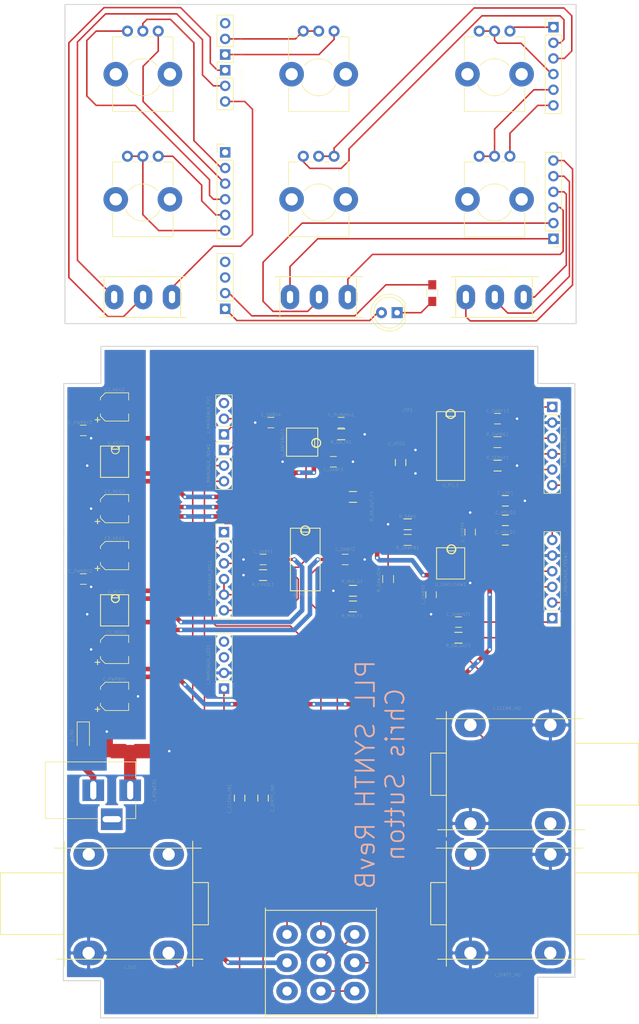
<source format=kicad_pcb>
(kicad_pcb (version 4) (host pcbnew 4.0.7)
  (title_block (title "PLL Synth Effects Pedal") (date 2018-04-04) (rev B) (comment 4 "Design by Chris Sutton"))
  (layers (0 F.Cu signal) (31 B.Cu signal) (34 B.Paste user) (35 F.Paste user) (36 B.SilkS user) (37 F.SilkS user) (38 B.Mask user) (39 F.Mask user) (44 Edge.Cuts user))
  (net 0 "")
  (net 1 /GND)
  (net 2 /-9V)
  (net 3 /Sheet5AC1BF71/-9V)
  (net 4 "Net-(C2_NEG1-Pad1)")
  (net 5 "Net-(C2_NEG1-Pad2)")
  (net 6 "Net-(C2_NEG2-Pad1)")
  (net 7 "Net-(C2_NEG2-Pad2)")
  (net 8 "Net-(C_CLEAN_IN1-Pad1)")
  (net 9 /INSW_P3)
  (net 10 "Net-(C_DIRTY_IN1-Pad1)")
  (net 11 /INSW_P1)
  (net 12 /Sheet5AC1BF71/DAMP_P1_2)
  (net 13 /Sheet5AC1BF71/HOLDSEL_P1)
  (net 14 /Sheet5AC1BF71/HOLDSEL_P3)
  (net 15 /Sheet5AC1BF71/WAVESEL_P3)
  (net 16 /Sheet5AC1BF71/DAMP_P3)
  (net 17 /Sheet5AC1BF71/TRIG_P1_2)
  (net 18 "Net-(C_VCO1-Pad1)")
  (net 19 "Net-(C_VCO1-Pad2)")
  (net 20 "Net-(DAMPEN1-Pad3)")
  (net 21 "Net-(DAMPEN1-Pad1)")
  (net 22 /9V)
  (net 23 "Net-(D_ON1-Pad2)")
  (net 24 "Net-(FMOD1-Pad2)")
  (net 25 "Net-(FMOD1-Pad1)")
  (net 26 "Net-(FXVOL1-Pad3)")
  (net 27 "Net-(FXVOL1-Pad1)")
  (net 28 /Sheet5AC1BF71/TRIG_P3)
  (net 29 /Sheet5AC1BF71/FMOD_P2_P3)
  (net 30 /Sheet5AC1BF71/VCORETURN)
  (net 31 /Sheet5AC1BF71/WAVESEL_P2)
  (net 32 "Net-(J_AUX2MAIN_INSW1-Pad1)")
  (net 33 "Net-(J_AUX2MAIN_INSW1-Pad2)")
  (net 34 "Net-(J_AUX2MAIN_INSW1-Pad3)")
  (net 35 /Sheet5AC1BF71/SWING_P3)
  (net 36 "Net-(J_AUX2MAIN_VOL1-Pad1)")
  (net 37 "Net-(J_AUX2MAIN_VOL1-Pad2)")
  (net 38 "Net-(J_AUX2MAIN_VOL1-Pad3)")
  (net 39 "Net-(J_DIRTY_IN1-Pad1)")
  (net 40 /INSW_P2)
  (net 41 /FXVOL_P3)
  (net 42 /MIX_P2)
  (net 43 /MIX_P3)
  (net 44 /FXVOL_P1_2)
  (net 45 "Net-(J_OU1-Pad1)")
  (net 46 "Net-(R_MIX_F1-Pad2)")
  (net 47 "Net-(R_OA_OUT1-Pad1)")
  (net 48 /Sheet5AC1BF71/SIG_OUT)
  (net 49 "Net-(R_SAW1-Pad1)")
  (net 50 "Net-(SW_BYPASS1-Pad1)")
  (net 51 "Net-(SW_BYPASS1-Pad5)")
  (net 52 "Net-(J_AUX2MAIN_FX1-Pad1)")
  (net 53 "Net-(J_AUX2MAIN_FX1-Pad2)")
  (net 54 "Net-(J_AUX2MAIN_FXSW1-Pad1)")
  (net 55 "Net-(J_AUX2MAIN_FXSW1-Pad2)")
  (net 56 "Net-(J_AUX2MAIN_FXSW1-Pad3)")
  (net 57 "Net-(J_AUX2MAIN_FXSW1-Pad4)")
  (net 58 "Net-(J_AUX2MAIN_FXSW1-Pad5)")
  (net 59 "Net-(J_AUX2MAIN_FXSW1-Pad6)")
  (net 60 "Net-(J_AUX2MAIN_PLL1-Pad1)")
  (net 61 "Net-(D_ON1-Pad1)")
  (net 62 "Net-(J_AUX2MAIN_LED1-Pad2)")
  (net 63 /LED_ANODE)
  (net 64 "Net-(C_SAWINT1-Pad2)")
  (net 65 "Net-(R_SAWFB1-Pad1)")
  (net 66 "Net-(R_SWING1-Pad2)")
  (net 67 "Net-(D_IN1-Pad2)")
  (net 68 "Net-(JTP1-Pad1)")
  (net 69 "Net-(R_SFOUT1-Pad1)")
  (net 70 /DGND)
  (net 71 "Net-(J_AUX2MAIN_LED1-Pad3)")
  (net 72 "Net-(J_AUX2MAIN_LED1-Pad4)")
  (net 73 "Net-(J_AUX2MAIN_VOL1-Pad4)")
  (net 74 "Net-(J_CLEAN_IN1-Pad3)")
  (net 75 "Net-(J_DIRTY_IN1-Pad3)")
  (net 76 "Net-(J_MAIN2AUX_LED1-Pad3)")
  (net 77 "Net-(J_MAIN2AUX_LED1-Pad4)")
  (net 78 "Net-(J_OU1-Pad2)")
  (net 79 "Net-(J_OU1-Pad3)")
  (net 80 "Net-(J_POWER1-Pad3)")
  (net 81 "Net-(SW_BYPASS1-Pad7)")
  (net 82 "Net-(U_NEG1-Pad7)")
  (net 83 "Net-(U_NEG1-Pad6)")
  (net 84 "Net-(U_NEG2-Pad7)")
  (net 85 "Net-(U_NEG2-Pad6)")
  (net 86 "Net-(U_PLL1-Pad12)")
  (net 87 "Net-(U_PLL1-Pad2)")
  (net 88 "Net-(U_PLL1-Pad15)")
  (net 89 "Net-(JP_MIXEDGND1-Pad2)")
  (net 90 "Net-(J_AUX2MAIN_FX1-Pad3)")
  (net 91 "Net-(J_AUX2MAIN_PLL1-Pad4)")
  (net 92 "Net-(J_MAIN2AUX_FX1-Pad3)")
  (net 93 "Net-(C_PllRefIn1-Pad2)")
  (net 94 "Net-(J_MAIN2AUX_VOL1-Pad1)")
  (net 95 "Net-(U_MAINOA1-Pad12)")
  (net 96 "Net-(U_MAINOA1-Pad13)")
  (net 97 "Net-(U_MAINOA1-Pad14)")
  (module Pin_Headers:Pin_Header_Straight_1x04_Pitch2.54mm (layer F.Cu) (at 83.82 163.83 180)
    (fp_text reference J_MAIN2AUX_LED1 (at 2.54 3.81 270) (layer F.SilkS) (effects (font (size 0.5 0.5) (thickness 0.015))))
    (fp_text value Conn_01x04)
    (pad 1 thru_hole rect (at 0 0 180) (size 1.7 1.7) (drill 1) (layers *.Cu *.Mask) (net 63 /LED_ANODE))
    (pad 2 thru_hole oval (at 0 2.54 180) (size 1.7 1.7) (drill 1) (layers *.Cu *.Mask) (net 1 /GND))
    (pad 3 thru_hole oval (at 0 5.08 180) (size 1.7 1.7) (drill 1) (layers *.Cu *.Mask) (net 76 "Net-(J_MAIN2AUX_LED1-Pad3)"))
    (pad 4 thru_hole oval (at 0 7.62 180) (size 1.7 1.7) (drill 1) (layers *.Cu *.Mask) (net 77 "Net-(J_MAIN2AUX_LED1-Pad4)"))
  )
  (module Pin_Headers:Pin_Header_Straight_1x06_Pitch2.54mm (layer F.Cu) (at 137.16 152.4 180)
    (fp_text reference J_MAIN2AUX_FXSW1 (at -2.159 7.112 270) (layer F.SilkS) (effects (font (size 0.5 0.5) (thickness 0.015))))
    (fp_text value Conn_01x06)
    (pad 1 thru_hole rect (at 0 0 180) (size 1.7 1.7) (drill 1) (layers *.Cu *.Mask) (net 15 /Sheet5AC1BF71/WAVESEL_P3))
    (pad 2 thru_hole oval (at 0 2.54 180) (size 1.7 1.7) (drill 1) (layers *.Cu *.Mask) (net 31 /Sheet5AC1BF71/WAVESEL_P2))
    (pad 3 thru_hole oval (at 0 5.08 180) (size 1.7 1.7) (drill 1) (layers *.Cu *.Mask) (net 30 /Sheet5AC1BF71/VCORETURN))
    (pad 4 thru_hole oval (at 0 7.62 180) (size 1.7 1.7) (drill 1) (layers *.Cu *.Mask) (net 13 /Sheet5AC1BF71/HOLDSEL_P1))
    (pad 5 thru_hole oval (at 0 10.16 180) (size 1.7 1.7) (drill 1) (layers *.Cu *.Mask) (net 1 /GND))
    (pad 6 thru_hole oval (at 0 12.7 180) (size 1.7 1.7) (drill 1) (layers *.Cu *.Mask) (net 14 /Sheet5AC1BF71/HOLDSEL_P3))
  )
  (module Potentiometers:Potentiometer_Bourns_PTV09A-1_Horizontal (layer F.Cu) (at 68.1355 57.0865 270)
    (fp_text reference MIX1 (at -2.159 -2.8575 360) (layer F.SilkS) (effects (font (size 0.5 0.5) (thickness 0.015))))
    (fp_text value B100K)
    (pad 3 thru_hole circle (at 0 -5 270) (size 1.8 1.8) (drill 1) (layers *.Cu *.Mask) (net 38 "Net-(J_AUX2MAIN_VOL1-Pad3)"))
    (pad 2 thru_hole circle (at 0 -2.5 270) (size 1.8 1.8) (drill 1) (layers *.Cu *.Mask) (net 37 "Net-(J_AUX2MAIN_VOL1-Pad2)"))
    (pad 1 thru_hole circle (at 0 0 270) (size 1.8 1.8) (drill 1) (layers *.Cu *.Mask) (net 73 "Net-(J_AUX2MAIN_VOL1-Pad4)"))
    (pad 0 np_thru_hole circle (at 7 -6.9 270) (size 4 4) (drill 2) (layers *.Cu *.Mask))
    (pad 0 np_thru_hole circle (at 7 1.9 270) (size 4 4) (drill 2) (layers *.Cu *.Mask))
  )
  (module Capacitors_SMD:CP_Elec_4x5.3 (layer F.Cu) (at 66.04 157.48)
    (fp_text reference C1_NEG1 (at 0.254 -2.794) (layer F.SilkS) (effects (font (size 0.5 0.5) (thickness 0.015))))
    (fp_text value 10uF)
    (fp_text user + (at -2.77 2.01) (layer F.SilkS))
    (pad 1 smd rect (at -1.8 0 180) (size 2.6 1.6) (layers F.Cu F.Paste F.Mask) (net 70 /DGND))
    (pad 2 smd rect (at 1.8 0 180) (size 2.6 1.6) (layers F.Cu F.Paste F.Mask) (net 2 /-9V))
  )
  (module Capacitors_SMD:CP_Elec_4x5.3 (layer F.Cu) (at 66.04 134.62)
    (fp_text reference C1_NEG2 (at 0 -2.794 180) (layer F.SilkS) (effects (font (size 0.5 0.5) (thickness 0.015))))
    (fp_text value 10uF)
    (fp_text user + (at -2.77 2.01) (layer F.SilkS))
    (pad 1 smd rect (at -1.8 0 180) (size 2.6 1.6) (layers F.Cu F.Paste F.Mask) (net 70 /DGND))
    (pad 2 smd rect (at 1.8 0 180) (size 2.6 1.6) (layers F.Cu F.Paste F.Mask) (net 3 /Sheet5AC1BF71/-9V))
  )
  (module Capacitors_SMD:CP_Elec_4x5.3 (layer F.Cu) (at 66.04 142.24)
    (fp_text reference C2_NEG1 (at 0 -2.794) (layer F.SilkS) (effects (font (size 0.5 0.5) (thickness 0.015))))
    (fp_text value 10uF)
    (fp_text user + (at -2.77 2.01) (layer F.SilkS))
    (pad 1 smd rect (at -1.8 0 180) (size 2.6 1.6) (layers F.Cu F.Paste F.Mask) (net 4 "Net-(C2_NEG1-Pad1)"))
    (pad 2 smd rect (at 1.8 0 180) (size 2.6 1.6) (layers F.Cu F.Paste F.Mask) (net 5 "Net-(C2_NEG1-Pad2)"))
  )
  (module Capacitors_SMD:CP_Elec_4x5.3 (layer F.Cu) (at 66.04 118.11)
    (fp_text reference C2_NEG2 (at 0 -2.794) (layer F.SilkS) (effects (font (size 0.5 0.5) (thickness 0.015))))
    (fp_text value 10uF)
    (fp_text user + (at -2.77 2.01) (layer F.SilkS))
    (pad 1 smd rect (at -1.8 0 180) (size 2.6 1.6) (layers F.Cu F.Paste F.Mask) (net 6 "Net-(C2_NEG2-Pad1)"))
    (pad 2 smd rect (at 1.8 0 180) (size 2.6 1.6) (layers F.Cu F.Paste F.Mask) (net 7 "Net-(C2_NEG2-Pad2)"))
  )
  (module Capacitors_SMD:C_0805_HandSoldering (layer F.Cu) (at 86.36 181.61 90)
    (fp_text reference C_CLEAN_IN1 (at -0.127 -1.651 90) (layer F.SilkS) (effects (font (size 0.5 0.5) (thickness 0.015))))
    (fp_text value 4.7uF)
    (pad 1 smd rect (at -1.25 0 90) (size 1.5 1.25) (layers F.Cu F.Paste F.Mask) (net 8 "Net-(C_CLEAN_IN1-Pad1)"))
    (pad 2 smd rect (at 1.25 0 90) (size 1.5 1.25) (layers F.Cu F.Paste F.Mask) (net 9 /INSW_P3))
  )
  (module Capacitors_SMD:C_0805_HandSoldering (layer F.Cu) (at 90.17 181.61 90)
    (fp_text reference C_DIRTY_IN1 (at 0 1.524 90) (layer F.SilkS) (effects (font (size 0.5 0.5) (thickness 0.015))))
    (fp_text value 4.7uF)
    (pad 1 smd rect (at -1.25 0 90) (size 1.5 1.25) (layers F.Cu F.Paste F.Mask) (net 10 "Net-(C_DIRTY_IN1-Pad1)"))
    (pad 2 smd rect (at 1.25 0 90) (size 1.5 1.25) (layers F.Cu F.Paste F.Mask) (net 11 /INSW_P1))
  )
  (module Capacitors_SMD:C_0805_HandSoldering (layer F.Cu) (at 129.54 139.7)
    (fp_text reference C_HOLD1 (at 0 -1.27) (layer F.SilkS) (effects (font (size 0.5 0.5) (thickness 0.015))))
    (fp_text value 2.2uF)
    (pad 1 smd rect (at -1.25 0) (size 1.5 1.25) (layers F.Cu F.Paste F.Mask) (net 12 /Sheet5AC1BF71/DAMP_P1_2))
    (pad 2 smd rect (at 1.25 0) (size 1.5 1.25) (layers F.Cu F.Paste F.Mask) (net 13 /Sheet5AC1BF71/HOLDSEL_P1))
  )
  (module Capacitors_SMD:C_0805_HandSoldering (layer F.Cu) (at 129.54 136.525)
    (fp_text reference C_HOLD2 (at 0 -1.27) (layer F.SilkS) (effects (font (size 0.5 0.5) (thickness 0.015))))
    (fp_text value 10uF)
    (pad 1 smd rect (at -1.25 0) (size 1.5 1.25) (layers F.Cu F.Paste F.Mask) (net 12 /Sheet5AC1BF71/DAMP_P1_2))
    (pad 2 smd rect (at 1.25 0) (size 1.5 1.25) (layers F.Cu F.Paste F.Mask) (net 14 /Sheet5AC1BF71/HOLDSEL_P3))
  )
  (module Capacitors_SMD:C_0805_HandSoldering (layer F.Cu) (at 129.54 133.35)
    (fp_text reference C_LPF1 (at 0 -1.27) (layer F.SilkS) (effects (font (size 0.5 0.5) (thickness 0.015))))
    (fp_text value 470nF)
    (pad 1 smd rect (at -1.25 0) (size 1.5 1.25) (layers F.Cu F.Paste F.Mask) (net 12 /Sheet5AC1BF71/DAMP_P1_2))
    (pad 2 smd rect (at 1.25 0) (size 1.5 1.25) (layers F.Cu F.Paste F.Mask) (net 1 /GND))
  )
  (module Capacitors_SMD:C_0805_HandSoldering (layer F.Cu) (at 112.522 127.127 270)
    (fp_text reference C_VCO1 (at -3.048 0.635 360) (layer F.SilkS) (effects (font (size 0.5 0.5) (thickness 0.015))))
    (fp_text value 22nF)
    (pad 1 smd rect (at -1.25 0 270) (size 1.5 1.25) (layers F.Cu F.Paste F.Mask) (net 18 "Net-(C_VCO1-Pad1)"))
    (pad 2 smd rect (at 1.25 0 270) (size 1.5 1.25) (layers F.Cu F.Paste F.Mask) (net 19 "Net-(C_VCO1-Pad2)"))
  )
  (module Potentiometers:Potentiometer_Bourns_PTV09A-1_Horizontal (layer F.Cu) (at 125.2855 77.4065 270)
    (fp_text reference DAMPEN1 (at -2.159 -2.794 360) (layer F.SilkS) (effects (font (size 0.5 0.5) (thickness 0.015))))
    (fp_text value B100K)
    (pad 3 thru_hole circle (at 0 -5 270) (size 1.8 1.8) (drill 1) (layers *.Cu *.Mask) (net 20 "Net-(DAMPEN1-Pad3)"))
    (pad 2 thru_hole circle (at 0 -2.5 270) (size 1.8 1.8) (drill 1) (layers *.Cu *.Mask) (net 21 "Net-(DAMPEN1-Pad1)"))
    (pad 1 thru_hole circle (at 0 0 270) (size 1.8 1.8) (drill 1) (layers *.Cu *.Mask) (net 21 "Net-(DAMPEN1-Pad1)"))
    (pad 0 np_thru_hole circle (at 7 -6.9 270) (size 4 4) (drill 2) (layers *.Cu *.Mask))
    (pad 0 np_thru_hole circle (at 7 1.9 270) (size 4 4) (drill 2) (layers *.Cu *.Mask))
  )
  (module Diodes_SMD:D_SOD-123F (layer F.Cu) (at 60.96 171.45 270)
    (fp_text reference D_IN1 (at 0 1.905 450) (layer F.SilkS) (effects (font (size 0.5 0.5) (thickness 0.015))))
    (fp_text value _Schottky)
    (pad 1 smd rect (at -1.4 0 270) (size 1.1 1.1) (layers F.Cu F.Paste F.Mask) (net 22 /9V))
    (pad 2 smd rect (at 1.4 0 270) (size 1.1 1.1) (layers F.Cu F.Paste F.Mask) (net 67 "Net-(D_IN1-Pad2)"))
  )
  (module LEDs:LED_D5.0mm (layer F.Cu) (at 111.9505 102.8065 180)
    (fp_text reference D_ON1 (at 0.762 3.937 360) (layer F.SilkS) (effects (font (size 0.5 0.5) (thickness 0.015))))
    (fp_text value LED)
    (pad 1 thru_hole rect (at 0 0 180) (size 1.8 1.8) (drill 0.9) (layers *.Cu *.Mask) (net 61 "Net-(D_ON1-Pad1)"))
    (pad 2 thru_hole circle (at 2.54 0 180) (size 1.8 1.8) (drill 0.9) (layers *.Cu *.Mask) (net 23 "Net-(D_ON1-Pad2)"))
  )
  (module Potentiometers:Potentiometer_Bourns_PTV09A-1_Horizontal (layer F.Cu) (at 96.7105 77.4065 270)
    (fp_text reference FMOD1 (at -2.3495 -2.667 360) (layer F.SilkS) (effects (font (size 0.5 0.5) (thickness 0.015))))
    (fp_text value B50K)
    (pad 3 thru_hole circle (at 0 -5 270) (size 1.8 1.8) (drill 1) (layers *.Cu *.Mask) (net 24 "Net-(FMOD1-Pad2)"))
    (pad 2 thru_hole circle (at 0 -2.5 270) (size 1.8 1.8) (drill 1) (layers *.Cu *.Mask) (net 24 "Net-(FMOD1-Pad2)"))
    (pad 1 thru_hole circle (at 0 0 270) (size 1.8 1.8) (drill 1) (layers *.Cu *.Mask) (net 25 "Net-(FMOD1-Pad1)"))
    (pad 0 np_thru_hole circle (at 7 -6.9 270) (size 4 4) (drill 2) (layers *.Cu *.Mask))
    (pad 0 np_thru_hole circle (at 7 1.9 270) (size 4 4) (drill 2) (layers *.Cu *.Mask))
  )
  (module Potentiometers:Potentiometer_Bourns_PTV09A-1_Horizontal (layer F.Cu) (at 68.1355 77.4065 270)
    (fp_text reference FXVOL1 (at -1.9685 -2.794 360) (layer F.SilkS) (effects (font (size 0.5 0.5) (thickness 0.015))))
    (fp_text value B1K)
    (pad 3 thru_hole circle (at 0 -5 270) (size 1.8 1.8) (drill 1) (layers *.Cu *.Mask) (net 26 "Net-(FXVOL1-Pad3)"))
    (pad 2 thru_hole circle (at 0 -2.5 270) (size 1.8 1.8) (drill 1) (layers *.Cu *.Mask) (net 27 "Net-(FXVOL1-Pad1)"))
    (pad 1 thru_hole circle (at 0 0 270) (size 1.8 1.8) (drill 1) (layers *.Cu *.Mask) (net 27 "Net-(FXVOL1-Pad1)"))
    (pad 0 np_thru_hole circle (at 7 -6.9 270) (size 4 4) (drill 2) (layers *.Cu *.Mask))
    (pad 0 np_thru_hole circle (at 7 1.9 270) (size 4 4) (drill 2) (layers *.Cu *.Mask))
  )
  (module Pin_Headers:Pin_Header_Straight_1x06_Pitch2.54mm (layer F.Cu) (at 137.3505 90.805 180)
    (fp_text reference J_AUX2MAIN_FXSW1 (at 2.6035 6.6675 450) (layer F.SilkS) (effects (font (size 0.5 0.5) (thickness 0.015))))
    (fp_text value Conn_01x06)
    (pad 1 thru_hole rect (at 0 0 180) (size 1.7 1.7) (drill 1) (layers *.Cu *.Mask) (net 54 "Net-(J_AUX2MAIN_FXSW1-Pad1)"))
    (pad 2 thru_hole oval (at 0 2.54 180) (size 1.7 1.7) (drill 1) (layers *.Cu *.Mask) (net 55 "Net-(J_AUX2MAIN_FXSW1-Pad2)"))
    (pad 3 thru_hole oval (at 0 5.08 180) (size 1.7 1.7) (drill 1) (layers *.Cu *.Mask) (net 56 "Net-(J_AUX2MAIN_FXSW1-Pad3)"))
    (pad 4 thru_hole oval (at 0 7.62 180) (size 1.7 1.7) (drill 1) (layers *.Cu *.Mask) (net 57 "Net-(J_AUX2MAIN_FXSW1-Pad4)"))
    (pad 5 thru_hole oval (at 0 10.16 180) (size 1.7 1.7) (drill 1) (layers *.Cu *.Mask) (net 58 "Net-(J_AUX2MAIN_FXSW1-Pad5)"))
    (pad 6 thru_hole oval (at 0 12.7 180) (size 1.7 1.7) (drill 1) (layers *.Cu *.Mask) (net 59 "Net-(J_AUX2MAIN_FXSW1-Pad6)"))
  )
  (module Pin_Headers:Pin_Header_Straight_1x06_Pitch2.54mm (layer F.Cu) (at 84.0105 76.7715)
    (fp_text reference J_AUX2MAIN_VOL1 (at 2.54 7.3025 90) (layer F.SilkS) (effects (font (size 0.5 0.5) (thickness 0.015))))
    (fp_text value Conn_01x06)
    (pad 1 thru_hole rect (at 0 0) (size 1.7 1.7) (drill 1) (layers *.Cu *.Mask) (net 36 "Net-(J_AUX2MAIN_VOL1-Pad1)"))
    (pad 2 thru_hole oval (at 0 2.54) (size 1.7 1.7) (drill 1) (layers *.Cu *.Mask) (net 37 "Net-(J_AUX2MAIN_VOL1-Pad2)"))
    (pad 3 thru_hole oval (at 0 5.08) (size 1.7 1.7) (drill 1) (layers *.Cu *.Mask) (net 38 "Net-(J_AUX2MAIN_VOL1-Pad3)"))
    (pad 4 thru_hole oval (at 0 7.62) (size 1.7 1.7) (drill 1) (layers *.Cu *.Mask) (net 73 "Net-(J_AUX2MAIN_VOL1-Pad4)"))
    (pad 5 thru_hole oval (at 0 10.16) (size 1.7 1.7) (drill 1) (layers *.Cu *.Mask) (net 26 "Net-(FXVOL1-Pad3)"))
    (pad 6 thru_hole oval (at 0 12.7) (size 1.7 1.7) (drill 1) (layers *.Cu *.Mask) (net 27 "Net-(FXVOL1-Pad1)"))
  )
  (module custom_sockets:JackSocket_Mono_PCB (layer F.Cu) (at 130.3655 177.7365 90)
    (fp_text reference J_CLEAN_IN1 (at 10.7315 -0.5715 360) (layer F.SilkS) (effects (font (size 0.5 0.5) (thickness 0.015))))
    (fp_text value JACK__MONO_2P_NC)
    (pad 2 thru_hole oval (at -8 -6.5 90) (size 4 5) (drill 2) (layers *.Cu *.Mask) (net 1 /GND))
    (pad 1 thru_hole oval (at 8 -6.5 90) (size 4 5) (drill 2) (layers *.Cu *.Mask) (net 8 "Net-(C_CLEAN_IN1-Pad1)"))
    (pad 4 thru_hole oval (at 8 6.5 90) (size 4 5) (drill 2) (layers *.Cu *.Mask) (net 1 /GND))
    (pad 3 thru_hole oval (at -8 6.477 90) (size 4 5) (drill 2) (layers *.Cu *.Mask) (net 74 "Net-(J_CLEAN_IN1-Pad3)"))
  )
  (module custom_sockets:JackSocket_Mono_PCB (layer F.Cu) (at 130.3655 198.755 90)
    (fp_text reference J_DIRTY_IN1 (at -11.557 -0.4445 180) (layer F.SilkS) (effects (font (size 0.5 0.5) (thickness 0.015))))
    (fp_text value JACK__MONO_2P_NC)
    (pad 2 thru_hole oval (at -8 -6.5 90) (size 4 5) (drill 2) (layers *.Cu *.Mask) (net 1 /GND))
    (pad 1 thru_hole oval (at 8 -6.5 90) (size 4 5) (drill 2) (layers *.Cu *.Mask) (net 39 "Net-(J_DIRTY_IN1-Pad1)"))
    (pad 4 thru_hole oval (at 8 6.5 90) (size 4 5) (drill 2) (layers *.Cu *.Mask) (net 1 /GND))
    (pad 3 thru_hole oval (at -8 6.477 90) (size 4 5) (drill 2) (layers *.Cu *.Mask) (net 75 "Net-(J_DIRTY_IN1-Pad3)"))
  )
  (module Pin_Headers:Pin_Header_Straight_1x06_Pitch2.54mm (layer F.Cu) (at 83.82 138.43)
    (fp_text reference J_MAIN2AUX_VOL1 (at -2.286 7.8105 90) (layer F.SilkS) (effects (font (size 0.5 0.5) (thickness 0.015))))
    (fp_text value Conn_01x06)
    (pad 1 thru_hole rect (at 0 0) (size 1.7 1.7) (drill 1) (layers *.Cu *.Mask) (net 94 "Net-(J_MAIN2AUX_VOL1-Pad1)"))
    (pad 2 thru_hole oval (at 0 2.54) (size 1.7 1.7) (drill 1) (layers *.Cu *.Mask) (net 42 /MIX_P2))
    (pad 3 thru_hole oval (at 0 5.08) (size 1.7 1.7) (drill 1) (layers *.Cu *.Mask) (net 43 /MIX_P3))
    (pad 4 thru_hole oval (at 0 7.62) (size 1.7 1.7) (drill 1) (layers *.Cu *.Mask) (net 41 /FXVOL_P3))
    (pad 5 thru_hole oval (at 0 10.16) (size 1.7 1.7) (drill 1) (layers *.Cu *.Mask) (net 41 /FXVOL_P3))
    (pad 6 thru_hole oval (at 0 12.7) (size 1.7 1.7) (drill 1) (layers *.Cu *.Mask) (net 44 /FXVOL_P1_2))
  )
  (module custom_sockets:JackSocket_Mono_PCB (layer F.Cu) (at 68.326 198.755 270)
    (fp_text reference J_OU1 (at 10.287 -0.254 360) (layer F.SilkS) (effects (font (size 0.5 0.5) (thickness 0.015))))
    (fp_text value JACK__MONO_2P_NC)
    (pad 2 thru_hole oval (at -8 -6.5 270) (size 4 5) (drill 2) (layers *.Cu *.Mask) (net 78 "Net-(J_OU1-Pad2)"))
    (pad 1 thru_hole oval (at 8 -6.5 270) (size 4 5) (drill 2) (layers *.Cu *.Mask) (net 45 "Net-(J_OU1-Pad1)"))
    (pad 4 thru_hole oval (at 8 6.5 270) (size 4 5) (drill 2) (layers *.Cu *.Mask) (net 1 /GND))
    (pad 3 thru_hole oval (at -8 6.477 270) (size 4 5) (drill 2) (layers *.Cu *.Mask) (net 79 "Net-(J_OU1-Pad3)"))
  )
  (module custom_sockets:BARREL_JACK (layer F.Cu) (at 68.58 180.34)
    (fp_text reference J_POWER1 (at 3.937 0.0254 270) (layer F.SilkS) (effects (font (size 0.5 0.5) (thickness 0.015))))
    (fp_text value _Barrel_Jack)
    (pad 1 thru_hole rect (at 0 0) (size 3.5 3.5) (drill oval 1 3) (layers *.Cu *.Mask) (net 89 "Net-(JP_MIXEDGND1-Pad2)"))
    (pad 2 thru_hole rect (at -6 0) (size 3.5 3.5) (drill oval 1 3) (layers *.Cu *.Mask) (net 67 "Net-(D_IN1-Pad2)"))
    (pad 3 thru_hole rect (at -3 4.7) (size 3.5 3.5) (drill oval 3 1) (layers *.Cu *.Mask) (net 80 "Net-(J_POWER1-Pad3)"))
  )
  (module Resistors_SMD:R_0805_HandSoldering (layer F.Cu) (at 90.17 145.415 180)
    (fp_text reference R_FXVOL1 (at 0 -1.524 360) (layer F.SilkS) (effects (font (size 0.5 0.5) (thickness 0.015))))
    (fp_text value 560R)
    (pad 1 smd rect (at -1.35 0 180) (size 1.5 1.3) (layers F.Cu F.Paste F.Mask) (net 44 /FXVOL_P1_2))
    (pad 2 smd rect (at 1.35 0 180) (size 1.5 1.3) (layers F.Cu F.Paste F.Mask) (net 1 /GND))
  )
  (module Resistors_SMD:R_0805_HandSoldering (layer F.Cu) (at 104.775 150.495)
    (fp_text reference R_MIX_F1 (at -0.127 1.524) (layer F.SilkS) (effects (font (size 0.5 0.5) (thickness 0.015))))
    (fp_text value 10K)
    (pad 1 smd rect (at -1.35 0) (size 1.5 1.3) (layers F.Cu F.Paste F.Mask) (net 45 "Net-(J_OU1-Pad1)"))
    (pad 2 smd rect (at 1.35 0) (size 1.5 1.3) (layers F.Cu F.Paste F.Mask) (net 46 "Net-(R_MIX_F1-Pad2)"))
  )
  (module Resistors_SMD:R_0805_HandSoldering (layer F.Cu) (at 104.775 147.955)
    (fp_text reference R_MIX_G1 (at -0.127 -1.524) (layer F.SilkS) (effects (font (size 0.5 0.5) (thickness 0.015))))
    (fp_text value 10K)
    (pad 1 smd rect (at -1.35 0) (size 1.5 1.3) (layers F.Cu F.Paste F.Mask) (net 1 /GND))
    (pad 2 smd rect (at 1.35 0) (size 1.5 1.3) (layers F.Cu F.Paste F.Mask) (net 46 "Net-(R_MIX_F1-Pad2)"))
  )
  (module Resistors_SMD:R_0805_HandSoldering (layer F.Cu) (at 102.87 122.555 180)
    (fp_text reference R_OA_IN1 (at 0 -1.27 360) (layer F.SilkS) (effects (font (size 0.5 0.5) (thickness 0.015))))
    (fp_text value 2K7)
    (pad 1 smd rect (at -1.35 0 180) (size 1.5 1.3) (layers F.Cu F.Paste F.Mask) (net 1 /GND))
    (pad 2 smd rect (at 1.35 0 180) (size 1.5 1.3) (layers F.Cu F.Paste F.Mask) (net 28 /Sheet5AC1BF71/TRIG_P3))
  )
  (module Resistors_SMD:R_0805_HandSoldering (layer F.Cu) (at 121.92 155.575)
    (fp_text reference R_OA_OUT1 (at 0 1.27 180) (layer F.SilkS) (effects (font (size 0.5 0.5) (thickness 0.015))))
    (fp_text value 2K7)
    (pad 1 smd rect (at -1.35 0) (size 1.5 1.3) (layers F.Cu F.Paste F.Mask) (net 47 "Net-(R_OA_OUT1-Pad1)"))
    (pad 2 smd rect (at 1.35 0) (size 1.5 1.3) (layers F.Cu F.Paste F.Mask) (net 31 /Sheet5AC1BF71/WAVESEL_P2))
  )
  (module Resistors_SMD:R_0805_HandSoldering (layer F.Cu) (at 104.775 132.715)
    (fp_text reference R_OA_OUT_F1 (at 3.048 1.524 90) (layer F.SilkS) (effects (font (size 0.5 0.5) (thickness 0.015))))
    (fp_text value 15R)
    (pad 1 smd rect (at -1.35 0) (size 1.5 1.3) (layers F.Cu F.Paste F.Mask) (net 48 /Sheet5AC1BF71/SIG_OUT))
    (pad 2 smd rect (at 1.35 0) (size 1.5 1.3) (layers F.Cu F.Paste F.Mask) (net 47 "Net-(R_OA_OUT1-Pad1)"))
  )
  (module Resistors_SMD:R_0805_HandSoldering (layer F.Cu) (at 113.665 137.16 180)
    (fp_text reference R_SAW1 (at 0 1.27 180) (layer F.SilkS) (effects (font (size 0.5 0.5) (thickness 0.015))))
    (fp_text value 2K7)
    (pad 1 smd rect (at -1.35 0 180) (size 1.5 1.3) (layers F.Cu F.Paste F.Mask) (net 49 "Net-(R_SAW1-Pad1)"))
    (pad 2 smd rect (at 1.35 0 180) (size 1.5 1.3) (layers F.Cu F.Paste F.Mask) (net 1 /GND))
  )
  (module Potentiometers:Potentiometer_Bourns_PTV09A-1_Horizontal (layer F.Cu) (at 125.2855 57.0865 270)
    (fp_text reference SWING1 (at -2.0955 -2.667 360) (layer F.SilkS) (effects (font (size 0.5 0.5) (thickness 0.015))))
    (fp_text value B1M)
    (pad 3 thru_hole circle (at 0 -5 270) (size 1.8 1.8) (drill 1) (layers *.Cu *.Mask) (net 60 "Net-(J_AUX2MAIN_PLL1-Pad1)"))
    (pad 2 thru_hole circle (at 0 -2.5 270) (size 1.8 1.8) (drill 1) (layers *.Cu *.Mask) (net 91 "Net-(J_AUX2MAIN_PLL1-Pad4)"))
    (pad 1 thru_hole circle (at 0 0 270) (size 1.8 1.8) (drill 1) (layers *.Cu *.Mask) (net 91 "Net-(J_AUX2MAIN_PLL1-Pad4)"))
    (pad 0 np_thru_hole circle (at 7 -6.9 270) (size 4 4) (drill 2) (layers *.Cu *.Mask))
    (pad 0 np_thru_hole circle (at 7 1.9 270) (size 4 4) (drill 2) (layers *.Cu *.Mask))
  )
  (module custom_sw:SW_3PDT_W18MM_L17.3MM_P5.3MM_D2MM_PCBPin (layer F.Cu) (at 99.568 208.3435 180)
    (fp_text reference SW_BYPASS1)
    (fp_text value SW_3PDT_on_on)
    (pad 1 thru_hole oval (at -5.5 -4.6 180) (size 3.5 3) (drill 1.5) (layers *.Cu *.Mask) (net 50 "Net-(SW_BYPASS1-Pad1)"))
    (pad 4 thru_hole oval (at 0 -4.6 180) (size 3.5 3) (drill 1.5) (layers *.Cu *.Mask) (net 50 "Net-(SW_BYPASS1-Pad1)"))
    (pad 7 thru_hole oval (at 5.5 -4.6 180) (size 3.5 3) (drill 1.5) (layers *.Cu *.Mask) (net 81 "Net-(SW_BYPASS1-Pad7)"))
    (pad 2 thru_hole oval (at -5.5 0 180) (size 3.5 3) (drill 1.5) (layers *.Cu *.Mask) (net 39 "Net-(J_DIRTY_IN1-Pad1)"))
    (pad 5 thru_hole oval (at 0 0 180) (size 3.5 3) (drill 1.5) (layers *.Cu *.Mask) (net 51 "Net-(SW_BYPASS1-Pad5)"))
    (pad 8 thru_hole oval (at 5.5 0 180) (size 3.5 3) (drill 1.5) (layers *.Cu *.Mask) (net 22 /9V))
    (pad 3 thru_hole oval (at -5.5 4.6 180) (size 3.5 3) (drill 1.5) (layers *.Cu *.Mask) (net 10 "Net-(C_DIRTY_IN1-Pad1)"))
    (pad 6 thru_hole oval (at 0 4.6 180) (size 3.5 3) (drill 1.5) (layers *.Cu *.Mask) (net 42 /MIX_P2))
    (pad 9 thru_hole oval (at 5.5 4.6 180) (size 3.5 3) (drill 1.5) (layers *.Cu *.Mask) (net 63 /LED_ANODE))
  )
  (module custom_sw:SW_SPDT_W6.86MM_L12.7MM_P4.8MM_D2MM (layer F.Cu) (at 127.8255 100.2665 270)
    (fp_text reference SW_HOLD1 (at -4.5085 0.0635 360) (layer F.SilkS) (effects (font (size 0.5 0.5) (thickness 0.015))))
    (fp_text value SW_SPDT)
    (pad 2 thru_hole oval (at 0 0 270) (size 4 3) (drill oval 2 1) (layers *.Cu *.Mask) (net 58 "Net-(J_AUX2MAIN_FXSW1-Pad5)"))
    (pad 1 thru_hole oval (at 0 -4.7 270) (size 4 3) (drill oval 2 1) (layers *.Cu *.Mask) (net 57 "Net-(J_AUX2MAIN_FXSW1-Pad4)"))
    (pad 3 thru_hole oval (at 0 4.7 270) (size 4 3) (drill oval 2 1) (layers *.Cu *.Mask) (net 59 "Net-(J_AUX2MAIN_FXSW1-Pad6)"))
  )
  (module custom_sw:SW_SPDT_W6.86MM_L12.7MM_P4.8MM_D2MM (layer F.Cu) (at 70.6755 100.2665 270)
    (fp_text reference SW_INSW1 (at -4.318 -0.4445 360) (layer F.SilkS) (effects (font (size 0.5 0.5) (thickness 0.015))))
    (fp_text value SW_SPDT)
    (pad 2 thru_hole oval (at 0 0 270) (size 4 3) (drill oval 2 1) (layers *.Cu *.Mask) (net 32 "Net-(J_AUX2MAIN_INSW1-Pad1)"))
    (pad 1 thru_hole oval (at 0 -4.7 270) (size 4 3) (drill oval 2 1) (layers *.Cu *.Mask) (net 34 "Net-(J_AUX2MAIN_INSW1-Pad3)"))
    (pad 3 thru_hole oval (at 0 4.7 270) (size 4 3) (drill oval 2 1) (layers *.Cu *.Mask) (net 33 "Net-(J_AUX2MAIN_INSW1-Pad2)"))
  )
  (module custom_sw:SW_SPDT_W6.86MM_L12.7MM_P4.8MM_D2MM (layer F.Cu) (at 99.2505 100.2665 270)
    (fp_text reference SW_WAVE1 (at -4.1275 -0.3175 360) (layer F.SilkS) (effects (font (size 0.5 0.5) (thickness 0.015))))
    (fp_text value SW_SPDT)
    (pad 2 thru_hole oval (at 0 0 270) (size 4 3) (drill oval 2 1) (layers *.Cu *.Mask) (net 55 "Net-(J_AUX2MAIN_FXSW1-Pad2)"))
    (pad 1 thru_hole oval (at 0 -4.7 270) (size 4 3) (drill oval 2 1) (layers *.Cu *.Mask) (net 56 "Net-(J_AUX2MAIN_FXSW1-Pad3)"))
    (pad 3 thru_hole oval (at 0 4.7 270) (size 4 3) (drill oval 2 1) (layers *.Cu *.Mask) (net 54 "Net-(J_AUX2MAIN_FXSW1-Pad1)"))
  )
  (module Potentiometers:Potentiometer_Bourns_PTV09A-1_Horizontal (layer F.Cu) (at 96.7105 57.0865 270)
    (fp_text reference TRIG1 (at -2.032 -2.286 360) (layer F.SilkS) (effects (font (size 0.5 0.5) (thickness 0.015))))
    (fp_text value B10K)
    (pad 3 thru_hole circle (at 0 -5 270) (size 1.8 1.8) (drill 1) (layers *.Cu *.Mask) (net 52 "Net-(J_AUX2MAIN_FX1-Pad1)"))
    (pad 2 thru_hole circle (at 0 -2.5 270) (size 1.8 1.8) (drill 1) (layers *.Cu *.Mask) (net 53 "Net-(J_AUX2MAIN_FX1-Pad2)"))
    (pad 1 thru_hole circle (at 0 0 270) (size 1.8 1.8) (drill 1) (layers *.Cu *.Mask) (net 53 "Net-(J_AUX2MAIN_FX1-Pad2)"))
    (pad 0 np_thru_hole circle (at 7 -6.9 270) (size 4 4) (drill 2) (layers *.Cu *.Mask))
    (pad 0 np_thru_hole circle (at 7 1.9 270) (size 4 4) (drill 2) (layers *.Cu *.Mask))
  )
  (module SMD_Packages:SOIC-8-N (layer F.Cu) (at 66.04 151.13 270)
    (fp_text reference U_NEG1 (at -3.048 -0.254 360) (layer F.SilkS) (effects (font (size 0.5 0.5) (thickness 0.015))))
    (fp_text value _TC7662B)
    (pad 8 smd rect (at -1.905 -3.175 270) (size 0.508 1.143) (layers F.Cu F.Paste F.Mask) (net 22 /9V))
    (pad 7 smd rect (at -0.635 -3.175 270) (size 0.508 1.143) (layers F.Cu F.Paste F.Mask) (net 82 "Net-(U_NEG1-Pad7)"))
    (pad 6 smd rect (at 0.635 -3.175 270) (size 0.508 1.143) (layers F.Cu F.Paste F.Mask) (net 83 "Net-(U_NEG1-Pad6)"))
    (pad 5 smd rect (at 1.905 -3.175 270) (size 0.508 1.143) (layers F.Cu F.Paste F.Mask) (net 2 /-9V))
    (pad 4 smd rect (at 1.905 3.175 270) (size 0.508 1.143) (layers F.Cu F.Paste F.Mask) (net 5 "Net-(C2_NEG1-Pad2)"))
    (pad 3 smd rect (at 0.635 3.175 270) (size 0.508 1.143) (layers F.Cu F.Paste F.Mask) (net 70 /DGND))
    (pad 2 smd rect (at -0.635 3.175 270) (size 0.508 1.143) (layers F.Cu F.Paste F.Mask) (net 4 "Net-(C2_NEG1-Pad1)"))
    (pad 1 smd rect (at -1.905 3.175 270) (size 0.508 1.143) (layers F.Cu F.Paste F.Mask) (net 22 /9V))
  )
  (module SMD_Packages:SOIC-8-N (layer F.Cu) (at 66.04 127 270)
    (fp_text reference U_NEG2 (at -3.048 -0.254 360) (layer F.SilkS) (effects (font (size 0.5 0.5) (thickness 0.015))))
    (fp_text value _TC7662B)
    (pad 8 smd rect (at -1.905 -3.175 270) (size 0.508 1.143) (layers F.Cu F.Paste F.Mask) (net 22 /9V))
    (pad 7 smd rect (at -0.635 -3.175 270) (size 0.508 1.143) (layers F.Cu F.Paste F.Mask) (net 84 "Net-(U_NEG2-Pad7)"))
    (pad 6 smd rect (at 0.635 -3.175 270) (size 0.508 1.143) (layers F.Cu F.Paste F.Mask) (net 85 "Net-(U_NEG2-Pad6)"))
    (pad 5 smd rect (at 1.905 -3.175 270) (size 0.508 1.143) (layers F.Cu F.Paste F.Mask) (net 3 /Sheet5AC1BF71/-9V))
    (pad 4 smd rect (at 1.905 3.175 270) (size 0.508 1.143) (layers F.Cu F.Paste F.Mask) (net 7 "Net-(C2_NEG2-Pad2)"))
    (pad 3 smd rect (at 0.635 3.175 270) (size 0.508 1.143) (layers F.Cu F.Paste F.Mask) (net 70 /DGND))
    (pad 2 smd rect (at -0.635 3.175 270) (size 0.508 1.143) (layers F.Cu F.Paste F.Mask) (net 6 "Net-(C2_NEG2-Pad1)"))
    (pad 1 smd rect (at -1.905 3.175 270) (size 0.508 1.143) (layers F.Cu F.Paste F.Mask) (net 22 /9V))
  )
  (module Capacitors_SMD:C_0805_HandSoldering (layer F.Cu) (at 90.17 142.875 180)
    (fp_text reference C_OABY1 (at 0 1.27 180) (layer F.SilkS) (effects (font (size 0.5 0.5) (thickness 0.015))))
    (fp_text value 100nF)
    (pad 1 smd rect (at -1.25 0 180) (size 1.5 1.25) (layers F.Cu F.Paste F.Mask) (net 22 /9V))
    (pad 2 smd rect (at 1.25 0 180) (size 1.5 1.25) (layers F.Cu F.Paste F.Mask) (net 1 /GND))
  )
  (module Capacitors_SMD:C_0805_HandSoldering (layer F.Cu) (at 103.505 142.875)
    (fp_text reference C_OABY2 (at 0 -1.651) (layer F.SilkS) (effects (font (size 0.5 0.5) (thickness 0.015))))
    (fp_text value 100nF)
    (pad 1 smd rect (at -1.25 0) (size 1.5 1.25) (layers F.Cu F.Paste F.Mask) (net 2 /-9V))
    (pad 2 smd rect (at 1.25 0) (size 1.5 1.25) (layers F.Cu F.Paste F.Mask) (net 1 /GND))
  )
  (module Capacitors_SMD:C_0805_HandSoldering (layer F.Cu) (at 101.6 127)
    (fp_text reference C_OABY3 (at 0 1.27) (layer F.SilkS) (effects (font (size 0.5 0.5) (thickness 0.015))))
    (fp_text value 100nF)
    (pad 1 smd rect (at -1.25 0) (size 1.5 1.25) (layers F.Cu F.Paste F.Mask) (net 22 /9V))
    (pad 2 smd rect (at 1.25 0) (size 1.5 1.25) (layers F.Cu F.Paste F.Mask) (net 1 /GND))
  )
  (module Capacitors_SMD:C_0805_HandSoldering (layer F.Cu) (at 91.44 120.65 180)
    (fp_text reference C_OABY4 (at 0 1.27 180) (layer F.SilkS) (effects (font (size 0.5 0.5) (thickness 0.015))))
    (fp_text value 100nF)
    (pad 1 smd rect (at -1.25 0 180) (size 1.5 1.25) (layers F.Cu F.Paste F.Mask) (net 3 /Sheet5AC1BF71/-9V))
    (pad 2 smd rect (at 1.25 0 180) (size 1.5 1.25) (layers F.Cu F.Paste F.Mask) (net 1 /GND))
  )
  (module Capacitors_SMD:C_0805_HandSoldering (layer F.Cu) (at 128.27 120.015)
    (fp_text reference C_OABY13 (at 0 -1.27) (layer F.SilkS) (effects (font (size 0.5 0.5) (thickness 0.015))))
    (fp_text value 100nF)
    (pad 1 smd rect (at -1.25 0) (size 1.5 1.25) (layers F.Cu F.Paste F.Mask) (net 22 /9V))
    (pad 2 smd rect (at 1.25 0) (size 1.5 1.25) (layers F.Cu F.Paste F.Mask) (net 1 /GND))
  )
  (module Capacitors_SMD:C_0805_HandSoldering (layer F.Cu) (at 60.96 146.05 180)
    (fp_text reference C_PWRBY2 (at 0.508 1.27 360) (layer F.SilkS) (effects (font (size 0.5 0.5) (thickness 0.015))))
    (fp_text value 100nF)
    (pad 1 smd rect (at -1.25 0 180) (size 1.5 1.25) (layers F.Cu F.Paste F.Mask) (net 70 /DGND))
    (pad 2 smd rect (at 1.25 0 180) (size 1.5 1.25) (layers F.Cu F.Paste F.Mask) (net 22 /9V))
  )
  (module Capacitors_SMD:C_0805_HandSoldering (layer F.Cu) (at 60.96 121.92 180)
    (fp_text reference C_PWRBY3 (at 0.508 1.27 180) (layer F.SilkS) (effects (font (size 0.5 0.5) (thickness 0.015))))
    (fp_text value 100nF)
    (pad 1 smd rect (at -1.25 0 180) (size 1.5 1.25) (layers F.Cu F.Paste F.Mask) (net 70 /DGND))
    (pad 2 smd rect (at 1.25 0 180) (size 1.5 1.25) (layers F.Cu F.Paste F.Mask) (net 22 /9V))
  )
  (module Pin_Headers:Pin_Header_Straight_1x04_Pitch2.54mm (layer F.Cu) (at 84.0105 102.1715 180)
    (fp_text reference J_AUX2MAIN_LED1 (at -2.54 4.191 270) (layer F.SilkS) (effects (font (size 0.5 0.5) (thickness 0.015))))
    (fp_text value Conn_01x04)
    (pad 1 thru_hole rect (at 0 0 180) (size 1.7 1.7) (drill 1) (layers *.Cu *.Mask) (net 23 "Net-(D_ON1-Pad2)"))
    (pad 2 thru_hole oval (at 0 2.54 180) (size 1.7 1.7) (drill 1) (layers *.Cu *.Mask) (net 62 "Net-(J_AUX2MAIN_LED1-Pad2)"))
    (pad 3 thru_hole oval (at 0 5.08 180) (size 1.7 1.7) (drill 1) (layers *.Cu *.Mask) (net 71 "Net-(J_AUX2MAIN_LED1-Pad3)"))
    (pad 4 thru_hole oval (at 0 7.62 180) (size 1.7 1.7) (drill 1) (layers *.Cu *.Mask) (net 72 "Net-(J_AUX2MAIN_LED1-Pad4)"))
  )
  (module Resistors_SMD:R_0805_HandSoldering (layer F.Cu) (at 117.6655 99.6315 90)
    (fp_text reference R_LED1 (at 0 -1.7 90) (layer F.SilkS) (effects (font (size 0.5 0.5) (thickness 0.015))))
    (fp_text value 2K7)
    (pad 1 smd rect (at -1.35 0 90) (size 1.5 1.3) (layers F.Cu F.Paste F.Mask) (net 61 "Net-(D_ON1-Pad1)"))
    (pad 2 smd rect (at 1.35 0 90) (size 1.5 1.3) (layers F.Cu F.Paste F.Mask) (net 62 "Net-(J_AUX2MAIN_LED1-Pad2)"))
  )
  (module Capacitors_SMD:CP_Elec_4x5.3 (layer F.Cu) (at 66.04 165.1)
    (fp_text reference C_PWRBY1 (at 0 -2.794 180) (layer F.SilkS) (effects (font (size 0.5 0.5) (thickness 0.015))))
    (fp_text value 10uF)
    (fp_text user + (at -2.77 2.01) (layer F.SilkS))
    (pad 1 smd rect (at -1.8 0 180) (size 2.6 1.6) (layers F.Cu F.Paste F.Mask) (net 22 /9V))
    (pad 2 smd rect (at 1.8 0 180) (size 2.6 1.6) (layers F.Cu F.Paste F.Mask) (net 70 /DGND))
  )
  (module Capacitors_SMD:C_0805_HandSoldering (layer F.Cu) (at 121.92 153.035 180)
    (fp_text reference C_SAWINT1 (at 0 1.27 360) (layer F.SilkS) (effects (font (size 0.5 0.5) (thickness 0.015))))
    (fp_text value 10nF)
    (pad 1 smd rect (at -1.25 0 180) (size 1.5 1.25) (layers F.Cu F.Paste F.Mask) (net 15 /Sheet5AC1BF71/WAVESEL_P3))
    (pad 2 smd rect (at 1.25 0 180) (size 1.5 1.25) (layers F.Cu F.Paste F.Mask) (net 64 "Net-(C_SAWINT1-Pad2)"))
  )
  (module Resistors_SMD:R_0805_HandSoldering (layer F.Cu) (at 113.665 139.7)
    (fp_text reference R_SAWFB1 (at 0 1.27) (layer F.SilkS) (effects (font (size 0.5 0.5) (thickness 0.015))))
    (fp_text value 1K)
    (pad 1 smd rect (at -1.35 0) (size 1.5 1.3) (layers F.Cu F.Paste F.Mask) (net 65 "Net-(R_SAWFB1-Pad1)"))
    (pad 2 smd rect (at 1.35 0) (size 1.5 1.3) (layers F.Cu F.Paste F.Mask) (net 49 "Net-(R_SAW1-Pad1)"))
  )
  (module Resistors_SMD:R_0805_HandSoldering (layer F.Cu) (at 110.49 146.05 90)
    (fp_text reference R_SAWJOIN1 (at 0.127 -1.524 90) (layer F.SilkS) (effects (font (size 0.5 0.5) (thickness 0.015))))
    (fp_text value 10R)
    (pad 1 smd rect (at -1.35 0 90) (size 1.5 1.3) (layers F.Cu F.Paste F.Mask) (net 64 "Net-(C_SAWINT1-Pad2)"))
    (pad 2 smd rect (at 1.35 0 90) (size 1.5 1.3) (layers F.Cu F.Paste F.Mask) (net 65 "Net-(R_SAWFB1-Pad1)"))
  )
  (module Resistors_SMD:R_0805_HandSoldering (layer F.Cu) (at 128.27 123.825 180)
    (fp_text reference R_SWING1 (at 0 1.27 180) (layer F.SilkS) (effects (font (size 0.5 0.5) (thickness 0.015))))
    (fp_text value 22K)
    (pad 1 smd rect (at -1.35 0 180) (size 1.5 1.3) (layers F.Cu F.Paste F.Mask) (net 35 /Sheet5AC1BF71/SWING_P3))
    (pad 2 smd rect (at 1.35 0 180) (size 1.5 1.3) (layers F.Cu F.Paste F.Mask) (net 66 "Net-(R_SWING1-Pad2)"))
  )
  (module SMD_Packages:SOIC-14_N (layer F.Cu) (at 97.155 142.875 270)
    (fp_text reference U_MAINOA1 (at 5.6896 0.1524 360) (layer F.SilkS) (effects (font (size 0.5 0.5) (thickness 0.015))))
    (fp_text value TL074)
    (pad 1 smd rect (at -3.81 3.302 270) (size 0.508 1.143) (layers F.Cu F.Paste F.Mask) (net 43 /MIX_P3))
    (pad 2 smd rect (at -2.54 3.302 270) (size 0.508 1.143) (layers F.Cu F.Paste F.Mask) (net 43 /MIX_P3))
    (pad 3 smd rect (at -1.27 3.302 270) (size 0.508 1.143) (layers F.Cu F.Paste F.Mask) (net 11 /INSW_P1))
    (pad 4 smd rect (at 0 3.302 270) (size 0.508 1.143) (layers F.Cu F.Paste F.Mask) (net 22 /9V))
    (pad 5 smd rect (at 1.27 3.302 270) (size 0.508 1.143) (layers F.Cu F.Paste F.Mask) (net 48 /Sheet5AC1BF71/SIG_OUT))
    (pad 6 smd rect (at 2.54 3.302 270) (size 0.508 1.143) (layers F.Cu F.Paste F.Mask) (net 44 /FXVOL_P1_2))
    (pad 7 smd rect (at 3.81 3.302 270) (size 0.508 1.143) (layers F.Cu F.Paste F.Mask) (net 41 /FXVOL_P3))
    (pad 8 smd rect (at 3.81 -3.048 270) (size 0.508 1.143) (layers F.Cu F.Paste F.Mask) (net 45 "Net-(J_OU1-Pad1)"))
    (pad 9 smd rect (at 2.54 -3.048 270) (size 0.508 1.143) (layers F.Cu F.Paste F.Mask) (net 46 "Net-(R_MIX_F1-Pad2)"))
    (pad 11 smd rect (at 0 -3.048 270) (size 0.508 1.143) (layers F.Cu F.Paste F.Mask) (net 2 /-9V))
    (pad 12 smd rect (at -1.27 -3.048 270) (size 0.508 1.143) (layers F.Cu F.Paste F.Mask) (net 95 "Net-(U_MAINOA1-Pad12)"))
    (pad 13 smd rect (at -2.54 -3.048 270) (size 0.508 1.143) (layers F.Cu F.Paste F.Mask) (net 96 "Net-(U_MAINOA1-Pad13)"))
    (pad 14 smd rect (at -3.81 -3.048 270) (size 0.508 1.143) (layers F.Cu F.Paste F.Mask) (net 97 "Net-(U_MAINOA1-Pad14)"))
    (pad 10 smd rect (at 1.27 -3.048 270) (size 0.508 1.143) (layers F.Cu F.Paste F.Mask) (net 51 "Net-(SW_BYPASS1-Pad5)"))
  )
  (module SMD_Packages:SOIC-8-N (layer F.Cu) (at 96.52 123.825 180)
    (fp_text reference U_OAFXBUF1 (at 3.175 -0.127 270) (layer F.SilkS) (effects (font (size 0.5 0.5) (thickness 0.015))))
    (fp_text value TL072)
    (pad 8 smd rect (at -1.905 -3.175 180) (size 0.508 1.143) (layers F.Cu F.Paste F.Mask) (net 22 /9V))
    (pad 7 smd rect (at -0.635 -3.175 180) (size 0.508 1.143) (layers F.Cu F.Paste F.Mask) (net 48 /Sheet5AC1BF71/SIG_OUT))
    (pad 6 smd rect (at 0.635 -3.175 180) (size 0.508 1.143) (layers F.Cu F.Paste F.Mask) (net 47 "Net-(R_OA_OUT1-Pad1)"))
    (pad 5 smd rect (at 1.905 -3.175 180) (size 0.508 1.143) (layers F.Cu F.Paste F.Mask) (net 1 /GND))
    (pad 4 smd rect (at 1.905 3.175 180) (size 0.508 1.143) (layers F.Cu F.Paste F.Mask) (net 3 /Sheet5AC1BF71/-9V))
    (pad 3 smd rect (at 0.635 3.175 180) (size 0.508 1.143) (layers F.Cu F.Paste F.Mask) (net 40 /INSW_P2))
    (pad 2 smd rect (at -0.635 3.175 180) (size 0.508 1.143) (layers F.Cu F.Paste F.Mask) (net 28 /Sheet5AC1BF71/TRIG_P3))
    (pad 1 smd rect (at -1.905 3.175 180) (size 0.508 1.143) (layers F.Cu F.Paste F.Mask) (net 17 /Sheet5AC1BF71/TRIG_P1_2))
  )
  (module SMD_Packages:SOIC-8-N (layer F.Cu) (at 120.65 143.51 270)
    (fp_text reference U_OAPLLSAW1 (at 3.429 0 360) (layer F.SilkS) (effects (font (size 0.5 0.5) (thickness 0.015))))
    (fp_text value TL072)
    (pad 8 smd rect (at -1.905 -3.175 270) (size 0.508 1.143) (layers F.Cu F.Paste F.Mask) (net 22 /9V))
    (pad 7 smd rect (at -0.635 -3.175 270) (size 0.508 1.143) (layers F.Cu F.Paste F.Mask) (net 15 /Sheet5AC1BF71/WAVESEL_P3))
    (pad 6 smd rect (at 0.635 -3.175 270) (size 0.508 1.143) (layers F.Cu F.Paste F.Mask) (net 64 "Net-(C_SAWINT1-Pad2)"))
    (pad 5 smd rect (at 1.905 -3.175 270) (size 0.508 1.143) (layers F.Cu F.Paste F.Mask) (net 1 /GND))
    (pad 4 smd rect (at 1.905 3.175 270) (size 0.508 1.143) (layers F.Cu F.Paste F.Mask) (net 3 /Sheet5AC1BF71/-9V))
    (pad 3 smd rect (at 0.635 3.175 270) (size 0.508 1.143) (layers F.Cu F.Paste F.Mask) (net 30 /Sheet5AC1BF71/VCORETURN))
    (pad 2 smd rect (at -0.635 3.175 270) (size 0.508 1.143) (layers F.Cu F.Paste F.Mask) (net 49 "Net-(R_SAW1-Pad1)"))
    (pad 1 smd rect (at -1.905 3.175 270) (size 0.508 1.143) (layers F.Cu F.Paste F.Mask) (net 65 "Net-(R_SAWFB1-Pad1)"))
  )
  (module Custom_SMD_Packages:SO-16-N++ (layer F.Cu) (at 120.65 124.46 270)
    (fp_text reference U_PLL1 (at 6.35 0 360) (layer F.SilkS) (effects (font (size 0.5 0.5) (thickness 0.015))))
    (fp_text value _4046)
    (pad 16 smd rect (at -4.445 -4 270) (size 0.508 1.5) (layers F.Cu F.Paste F.Mask) (net 22 /9V))
    (pad 14 smd rect (at -1.905 -4 270) (size 0.508 1.5) (layers F.Cu F.Paste F.Mask) (net 93 "Net-(C_PllRefIn1-Pad2)"))
    (pad 13 smd rect (at -0.635 -4 270) (size 0.508 1.5) (layers F.Cu F.Paste F.Mask) (net 66 "Net-(R_SWING1-Pad2)"))
    (pad 12 smd rect (at 0.635 -4 270) (size 0.508 1.5) (layers F.Cu F.Paste F.Mask) (net 86 "Net-(U_PLL1-Pad12)"))
    (pad 11 smd rect (at 1.905 -4 270) (size 0.508 1.5) (layers F.Cu F.Paste F.Mask) (net 29 /Sheet5AC1BF71/FMOD_P2_P3))
    (pad 10 smd rect (at 3.175 -4 270) (size 0.508 1.5) (layers F.Cu F.Paste F.Mask) (net 69 "Net-(R_SFOUT1-Pad1)"))
    (pad 9 smd rect (at 4.445 -4 270) (size 0.508 1.5) (layers F.Cu F.Paste F.Mask) (net 16 /Sheet5AC1BF71/DAMP_P3))
    (pad 8 smd rect (at 4.445 4 270) (size 0.508 1.5) (layers F.Cu F.Paste F.Mask) (net 1 /GND))
    (pad 7 smd rect (at 3.175 4 270) (size 0.508 1.5) (layers F.Cu F.Paste F.Mask) (net 19 "Net-(C_VCO1-Pad2)"))
    (pad 6 smd rect (at 1.905 4 270) (size 0.508 1.5) (layers F.Cu F.Paste F.Mask) (net 18 "Net-(C_VCO1-Pad1)"))
    (pad 5 smd rect (at 0.635 4 270) (size 0.508 1.5) (layers F.Cu F.Paste F.Mask) (net 1 /GND))
    (pad 4 smd rect (at -0.635 4 270) (size 0.508 1.5) (layers F.Cu F.Paste F.Mask) (net 30 /Sheet5AC1BF71/VCORETURN))
    (pad 3 smd rect (at -1.905 4 270) (size 0.508 1.5) (layers F.Cu F.Paste F.Mask) (net 30 /Sheet5AC1BF71/VCORETURN))
    (pad 2 smd rect (at -3.175 4 270) (size 0.508 1.5) (layers F.Cu F.Paste F.Mask) (net 87 "Net-(U_PLL1-Pad2)"))
    (pad 1 smd rect (at -4.445 4 270) (size 0.508 1.5) (layers F.Cu F.Paste F.Mask) (net 68 "Net-(JTP1-Pad1)"))
    (pad 15 smd rect (at -3.175 -4 270) (size 0.508 1.5) (layers F.Cu F.Paste F.Mask) (net 88 "Net-(U_PLL1-Pad15)"))
  )
  (module Measurement_Points:Measurement_Point_Round-SMD-Pad_Small (layer F.Cu) (at 113.665 120.65)
    (fp_text reference JTP1 (at 0 -2) (layer F.SilkS) (effects (font (size 0.5 0.5) (thickness 0.015))))
    (fp_text value TEST_1P)
    (pad 1 smd circle (at 0 0) (size 1.5 1.5) (layers F.Cu F.Mask) (net 68 "Net-(JTP1-Pad1)"))
  )
  (module Resistors_SMD:R_0805_HandSoldering (layer F.Cu) (at 128.27 127.635)
    (fp_text reference R_SFOUT1 (at 0 -1.27) (layer F.SilkS) (effects (font (size 0.5 0.5) (thickness 0.015))))
    (fp_text value 100K)
    (pad 1 smd rect (at -1.35 0) (size 1.5 1.3) (layers F.Cu F.Paste F.Mask) (net 69 "Net-(R_SFOUT1-Pad1)"))
    (pad 2 smd rect (at 1.35 0) (size 1.5 1.3) (layers F.Cu F.Paste F.Mask) (net 1 /GND))
  )
  (module Oddities:NetTie-II_Connected_SMD (layer F.Cu) (at 68.58 173.99)
    (fp_text reference JP_MIXEDGND1 hide)
    (fp_text value Jumper_NC_Dual)
    (fp_line (start 0.762 1.016) (end 3.048 1.016) (layer F.Cu) (width 0.3048))
    (fp_line (start 3.048 0.762) (end 0.762 0.762) (layer F.Cu) (width 0.3048))
    (fp_line (start 0.762 0.508) (end 3.048 0.508) (layer F.Cu) (width 0.3048))
    (fp_line (start 3.048 0.254) (end 0.762 0.254) (layer F.Cu) (width 0.3048))
    (fp_line (start 0.762 0) (end 3.048 0) (layer F.Cu) (width 0.3048))
    (fp_line (start 3.048 -0.254) (end 0.762 -0.254) (layer F.Cu) (width 0.3048))
    (fp_line (start 0.762 -0.508) (end 3.048 -0.508) (layer F.Cu) (width 0.3048))
    (fp_line (start 3.048 -0.762) (end 0.762 -0.762) (layer F.Cu) (width 0.3048))
    (fp_line (start 0.762 -1.016) (end 3.048 -1.016) (layer F.Cu) (width 0.3048))
    (fp_line (start -3.048 -1.016) (end -0.762 -1.016) (layer F.Cu) (width 0.3048))
    (fp_line (start -0.762 -0.762) (end -3.048 -0.762) (layer F.Cu) (width 0.3048))
    (fp_line (start -3.048 -0.508) (end -0.762 -0.508) (layer F.Cu) (width 0.3048))
    (fp_line (start -0.762 -0.254) (end -3.048 -0.254) (layer F.Cu) (width 0.3048))
    (fp_line (start -3.048 0) (end -0.762 0) (layer F.Cu) (width 0.3048))
    (fp_line (start -0.762 0.254) (end -3.048 0.254) (layer F.Cu) (width 0.3048))
    (fp_line (start -3.048 0.508) (end -0.762 0.508) (layer F.Cu) (width 0.3048))
    (fp_line (start -0.762 0.762) (end -3.048 0.762) (layer F.Cu) (width 0.3048))
    (fp_line (start -3.048 1.016) (end -0.762 1.016) (layer F.Cu) (width 0.3048))
    (pad 1 smd rect (at -3.81 0) (size 1.99898 1.99898) (layers F.Cu F.Paste F.Mask) (net 70 /DGND))
    (pad 2 smd rect (at 0 0) (size 1.99898 1.99898) (layers F.Cu F.Paste F.Mask) (net 89 "Net-(JP_MIXEDGND1-Pad2)"))
    (pad 3 smd rect (at 3.81 0) (size 1.99898 1.99898) (layers F.Cu F.Paste F.Mask) (net 1 /GND))
  )
  (module Pin_Headers:Pin_Header_Straight_1x06_Pitch2.54mm (layer F.Cu) (at 137.16 118.11)
    (fp_text reference J_MAIN2AUX_PLL1 (at 2.032 6.604 90) (layer F.SilkS) (effects (font (size 0.5 0.5) (thickness 0.015))))
    (fp_text value Conn_01x06)
    (pad 1 thru_hole rect (at 0 0) (size 1.7 1.7) (drill 1) (layers *.Cu *.Mask) (net 35 /Sheet5AC1BF71/SWING_P3))
    (pad 2 thru_hole oval (at 0 2.54) (size 1.7 1.7) (drill 1) (layers *.Cu *.Mask) (net 1 /GND))
    (pad 3 thru_hole oval (at 0 5.08) (size 1.7 1.7) (drill 1) (layers *.Cu *.Mask) (net 29 /Sheet5AC1BF71/FMOD_P2_P3))
    (pad 4 thru_hole oval (at 0 7.62) (size 1.7 1.7) (drill 1) (layers *.Cu *.Mask) (net 16 /Sheet5AC1BF71/DAMP_P3))
    (pad 5 thru_hole oval (at 0 10.16) (size 1.7 1.7) (drill 1) (layers *.Cu *.Mask) (net 12 /Sheet5AC1BF71/DAMP_P1_2))
    (pad 6 thru_hole oval (at 0 12.7) (size 1.7 1.7) (drill 1) (layers *.Cu *.Mask) (net 16 /Sheet5AC1BF71/DAMP_P3))
  )
  (module Pin_Headers:Pin_Header_Straight_1x06_Pitch2.54mm (layer F.Cu) (at 137.3505 56.4515)
    (fp_text reference J_AUX2MAIN_PLL1 (at 2.6035 7.1755 90) (layer F.SilkS) (effects (font (size 0.5 0.5) (thickness 0.015))))
    (fp_text value Conn_01x06)
    (pad 1 thru_hole rect (at 0 0) (size 1.7 1.7) (drill 1) (layers *.Cu *.Mask) (net 60 "Net-(J_AUX2MAIN_PLL1-Pad1)"))
    (pad 2 thru_hole oval (at 0 2.54) (size 1.7 1.7) (drill 1) (layers *.Cu *.Mask) (net 25 "Net-(FMOD1-Pad1)"))
    (pad 3 thru_hole oval (at 0 5.08) (size 1.7 1.7) (drill 1) (layers *.Cu *.Mask) (net 24 "Net-(FMOD1-Pad2)"))
    (pad 4 thru_hole oval (at 0 7.62) (size 1.7 1.7) (drill 1) (layers *.Cu *.Mask) (net 91 "Net-(J_AUX2MAIN_PLL1-Pad4)"))
    (pad 5 thru_hole oval (at 0 10.16) (size 1.7 1.7) (drill 1) (layers *.Cu *.Mask) (net 21 "Net-(DAMPEN1-Pad1)"))
    (pad 6 thru_hole oval (at 0 12.7) (size 1.7 1.7) (drill 1) (layers *.Cu *.Mask) (net 20 "Net-(DAMPEN1-Pad3)"))
  )
  (module Capacitors_SMD:C_0805_HandSoldering (layer F.Cu) (at 102.87 120.65)
    (fp_text reference C_PllRefIn1 (at 0 -1.27) (layer F.SilkS) (effects (font (size 0.5 0.5) (thickness 0.015))))
    (fp_text value 47nF)
    (pad 1 smd rect (at -1.25 0) (size 1.5 1.25) (layers F.Cu F.Paste F.Mask) (net 17 /Sheet5AC1BF71/TRIG_P1_2))
    (pad 2 smd rect (at 1.25 0) (size 1.5 1.25) (layers F.Cu F.Paste F.Mask) (net 93 "Net-(C_PllRefIn1-Pad2)"))
  )
  (module Capacitors_SMD:C_0805_HandSoldering (layer F.Cu) (at 117.475 148.59 270)
    (fp_text reference C_OABY5 (at 0 1.27 270) (layer F.SilkS) (effects (font (size 0.5 0.5) (thickness 0.015))))
    (fp_text value 100nF)
    (pad 1 smd rect (at -1.25 0 270) (size 1.5 1.25) (layers F.Cu F.Paste F.Mask) (net 3 /Sheet5AC1BF71/-9V))
    (pad 2 smd rect (at 1.25 0 270) (size 1.5 1.25) (layers F.Cu F.Paste F.Mask) (net 1 /GND))
  )
  (module Capacitors_SMD:C_0805_HandSoldering (layer F.Cu) (at 123.825 138.43 90)
    (fp_text reference C_OABY6 (at 0 -1.27 90) (layer F.SilkS) (effects (font (size 0.5 0.5) (thickness 0.015))))
    (fp_text value 100nF)
    (pad 1 smd rect (at -1.25 0 90) (size 1.5 1.25) (layers F.Cu F.Paste F.Mask) (net 22 /9V))
    (pad 2 smd rect (at 1.25 0 90) (size 1.5 1.25) (layers F.Cu F.Paste F.Mask) (net 1 /GND))
  )
  (module Pin_Headers:Pin_Header_Straight_1x03_Pitch2.54mm (layer F.Cu) (at 84.0105 60.8965 180)
    (fp_text reference J_AUX2MAIN_FX1 (at -2.667 2.8575 270) (layer F.SilkS) (effects (font (size 0.5 0.5) (thickness 0.015))))
    (fp_text value Conn_01x03)
    (pad 1 thru_hole rect (at 0 0 180) (size 1.7 1.7) (drill 1) (layers *.Cu *.Mask) (net 52 "Net-(J_AUX2MAIN_FX1-Pad1)"))
    (pad 2 thru_hole oval (at 0 2.54 180) (size 1.7 1.7) (drill 1) (layers *.Cu *.Mask) (net 53 "Net-(J_AUX2MAIN_FX1-Pad2)"))
    (pad 3 thru_hole oval (at 0 5.08 180) (size 1.7 1.7) (drill 1) (layers *.Cu *.Mask) (net 90 "Net-(J_AUX2MAIN_FX1-Pad3)"))
  )
  (module Pin_Headers:Pin_Header_Straight_1x03_Pitch2.54mm (layer F.Cu) (at 84.0105 63.4365)
    (fp_text reference J_AUX2MAIN_INSW1 (at 2.7305 2.9845 90) (layer F.SilkS) (effects (font (size 0.5 0.5) (thickness 0.015))))
    (fp_text value Conn_01x03)
    (pad 1 thru_hole rect (at 0 0) (size 1.7 1.7) (drill 1) (layers *.Cu *.Mask) (net 32 "Net-(J_AUX2MAIN_INSW1-Pad1)"))
    (pad 2 thru_hole oval (at 0 2.54) (size 1.7 1.7) (drill 1) (layers *.Cu *.Mask) (net 33 "Net-(J_AUX2MAIN_INSW1-Pad2)"))
    (pad 3 thru_hole oval (at 0 5.08) (size 1.7 1.7) (drill 1) (layers *.Cu *.Mask) (net 34 "Net-(J_AUX2MAIN_INSW1-Pad3)"))
  )
  (module Pin_Headers:Pin_Header_Straight_1x03_Pitch2.54mm (layer F.Cu) (at 83.82 122.555 180)
    (fp_text reference J_MAIN2AUX_FX1 (at 2.54 3.175 270) (layer F.SilkS) (effects (font (size 0.5 0.5) (thickness 0.015))))
    (fp_text value Conn_01x03)
    (pad 1 thru_hole rect (at 0 0 180) (size 1.7 1.7) (drill 1) (layers *.Cu *.Mask) (net 28 /Sheet5AC1BF71/TRIG_P3))
    (pad 2 thru_hole oval (at 0 2.54 180) (size 1.7 1.7) (drill 1) (layers *.Cu *.Mask) (net 17 /Sheet5AC1BF71/TRIG_P1_2))
    (pad 3 thru_hole oval (at 0 5.08 180) (size 1.7 1.7) (drill 1) (layers *.Cu *.Mask) (net 92 "Net-(J_MAIN2AUX_FX1-Pad3)"))
  )
  (module Pin_Headers:Pin_Header_Straight_1x03_Pitch2.54mm (layer F.Cu) (at 83.82 125.095)
    (fp_text reference J_MAIN2AUX_INSW1 (at -2.54 2.54 90) (layer F.SilkS) (effects (font (size 0.5 0.5) (thickness 0.015))))
    (fp_text value Conn_01x03)
    (pad 1 thru_hole rect (at 0 0) (size 1.7 1.7) (drill 1) (layers *.Cu *.Mask) (net 40 /INSW_P2))
    (pad 2 thru_hole oval (at 0 2.54) (size 1.7 1.7) (drill 1) (layers *.Cu *.Mask) (net 9 /INSW_P3))
    (pad 3 thru_hole oval (at 0 5.08) (size 1.7 1.7) (drill 1) (layers *.Cu *.Mask) (net 11 /INSW_P1))
  )
  (gr_text "PLL SYNTH RevB\nChris Sutton" (at 109.22 177.8 90) (layer B.SilkS) (effects (font (size 3 3) (thickness 0.3)) (justify mirror)))
  (gr_circle (center 66.167 125.095) (end 66.6115 125.5395) (layer F.SilkS) (width 0.15))
  (gr_circle (center 97.028 138.176) (end 97.409 138.811) (layer F.SilkS) (width 0.2))
  (gr_circle (center 120.777 141.224) (end 121.285 141.732) (layer F.SilkS) (width 0.2))
  (gr_circle (center 98.806 123.952) (end 99.314 124.46) (layer F.SilkS) (width 0.2))
  (gr_circle (center 120.65 119.253) (end 120.142 118.745) (layer F.SilkS) (width 0.2))
  (gr_circle (center 66.167 149.225) (end 66.548 149.733) (layer F.SilkS) (width 0.2))
  (gr_line (start 57.9755 104.5845) (end 57.9755 52.7685) (angle 90) (layer Edge.Cuts) (width 0.15))
  (gr_line (start 141.0335 52.7685) (end 141.0335 104.5845) (angle 90) (layer Edge.Cuts) (width 0.15))
  (gr_line (start 57.7215 211.2645) (end 57.785 114.3) (layer Edge.Cuts) (width 0.15))
  (gr_line (start 140.843 114.3) (end 140.843 210.693) (layer Edge.Cuts) (width 0.15))
  (gr_line (start 134.8105 108.2675) (end 63.8175 108.2675) (layer Edge.Cuts) (width 0.15))
  (gr_line (start 134.8105 217.297) (end 63.754 217.297) (layer Edge.Cuts) (width 0.15))
  (gr_line (start 63.754 211.2645) (end 57.7215 211.2645) (layer Edge.Cuts) (width 0.15))
  (gr_line (start 63.754 217.297) (end 63.754 211.2645) (layer Edge.Cuts) (width 0.15))
  (gr_line (start 134.8105 210.693) (end 134.8105 217.297) (layer Edge.Cuts) (width 0.15))
  (gr_line (start 140.843 210.693) (end 134.8105 210.693) (layer Edge.Cuts) (width 0.15))
  (gr_line (start 134.8105 114.3) (end 140.843 114.3) (layer Edge.Cuts) (width 0.15))
  (gr_line (start 134.8105 108.2675) (end 134.8105 114.3) (layer Edge.Cuts) (width 0.15))
  (gr_line (start 63.8175 114.3) (end 63.8175 108.2675) (layer Edge.Cuts) (width 0.15))
  (gr_line (start 57.785 114.3) (end 63.8175 114.3) (layer Edge.Cuts) (width 0.15))
  (gr_line (start 57.9755 104.5845) (end 141.0335 104.5845) (layer Edge.Cuts) (width 0.15))
  (gr_line (start 57.9755 52.7685) (end 141.0335 52.7685) (layer Edge.Cuts) (width 0.15))
  (segment (start 117.475 149.84) (end 117.455 151.745) (width 0.5) (layer F.Cu) (net 1))
  (via (at 117.475 151.765) (size 0.6) (drill 0.4) (layers F.Cu B.Cu) (net 1))
  (segment (start 117.455 151.745) (end 117.475 151.765) (width 0.5) (layer F.Cu) (net 1))
  (segment (start 112.315 137.16) (end 110.49 137.16) (width 0.5) (layer F.Cu) (net 1))
  (via (at 110.49 137.16) (size 0.6) (drill 0.4) (layers F.Cu B.Cu) (net 1))
  (segment (start 103.425 147.955) (end 101.6 147.955) (width 0.5) (layer F.Cu) (net 1))
  (via (at 101.6 147.955) (size 0.6) (drill 0.4) (layers F.Cu B.Cu) (net 1))
  (segment (start 123.825 145.415) (end 123.825 146.685) (width 0.75) (layer F.Cu) (net 1))
  (via (at 123.825 146.685) (size 0.6) (drill 0.4) (layers F.Cu B.Cu) (net 1))
  (segment (start 123.825 137.18) (end 123.825 135.255) (width 0.5) (layer F.Cu) (net 1))
  (via (at 123.825 135.255) (size 0.6) (drill 0.4) (layers F.Cu B.Cu) (net 1))
  (segment (start 129.62 127.635) (end 131.445 127.635) (width 0.5) (layer F.Cu) (net 1))
  (via (at 131.445 127.635) (size 0.6) (drill 0.4) (layers F.Cu B.Cu) (net 1))
  (segment (start 102.85 127) (end 104.775 127) (width 0.75) (layer F.Cu) (net 1))
  (via (at 104.775 127) (size 0.6) (drill 0.4) (layers F.Cu B.Cu) (net 1))
  (segment (start 88.92 142.875) (end 86.995 142.875) (width 0.75) (layer F.Cu) (net 1))
  (via (at 86.995 142.875) (size 0.6) (drill 0.4) (layers F.Cu B.Cu) (net 1))
  (segment (start 88.82 142.975) (end 88.92 142.875) (width 0.75) (layer F.Cu) (net 1))
  (segment (start 88.82 145.415) (end 86.995 145.415) (width 0.75) (layer F.Cu) (net 1))
  (via (at 86.995 145.415) (size 0.6) (drill 0.4) (layers F.Cu B.Cu) (net 1))
  (segment (start 72.39 173.99) (end 74.93 173.99) (width 2) (layer F.Cu) (net 1))
  (via (at 74.93 173.99) (size 0.6) (drill 0.4) (layers F.Cu B.Cu) (net 1))
  (segment (start 116.65 128.905) (end 114.935 128.905) (width 0.25) (layer F.Cu) (net 1))
  (via (at 114.935 128.905) (size 0.6) (drill 0.4) (layers F.Cu B.Cu) (net 1))
  (segment (start 116.65 125.095) (end 114.935 125.095) (width 0.25) (layer F.Cu) (net 1))
  (via (at 114.935 125.095) (size 0.6) (drill 0.4) (layers F.Cu B.Cu) (net 1))
  (segment (start 129.52 120.015) (end 131.445 120.015) (width 0.75) (layer F.Cu) (net 1))
  (via (at 131.445 120.015) (size 0.6) (drill 0.4) (layers F.Cu B.Cu) (net 1))
  (via (at 132.715 133.35) (size 0.6) (drill 0.4) (layers F.Cu B.Cu) (net 1))
  (segment (start 130.79 133.35) (end 132.715 133.35) (width 0.25) (layer F.Cu) (net 1))
  (segment (start 104.755 142.875) (end 106.68 142.875) (width 0.25) (layer F.Cu) (net 1))
  (via (at 106.68 142.875) (size 0.6) (drill 0.4) (layers F.Cu B.Cu) (net 1))
  (segment (start 94.615 127) (end 93.345 127) (width 0.25) (layer F.Cu) (net 1))
  (via (at 93.345 127) (size 0.6) (drill 0.4) (layers F.Cu B.Cu) (net 1))
  (via (at 106.68 122.555) (size 0.6) (drill 0.4) (layers F.Cu B.Cu) (net 1))
  (segment (start 104.22 122.555) (end 106.68 122.555) (width 0.25) (layer F.Cu) (net 1))
  (segment (start 90.19 120.65) (end 88.92 120.63) (width 0.25) (layer F.Cu) (net 1))
  (via (at 88.9 120.65) (size 0.6) (drill 0.4) (layers F.Cu B.Cu) (net 1))
  (segment (start 88.92 120.63) (end 88.9 120.65) (width 0.25) (layer F.Cu) (net 1))
  (segment (start 76.835 154.305) (end 73.66 154.305) (width 0.75) (layer F.Cu) (net 2))
  (segment (start 72.39 153.035) (end 69.215 153.035) (width 0.75) (layer F.Cu) (net 2))
  (segment (start 73.66 154.305) (end 72.39 153.035) (width 0.75) (layer F.Cu) (net 2))
  (segment (start 76.835 154.305) (end 95.25 154.305) (width 0.75) (layer B.Cu) (net 2))
  (segment (start 97.79 151.765) (end 97.79 149.86) (width 0.75) (layer B.Cu) (net 2))
  (segment (start 95.25 154.305) (end 97.79 151.765) (width 0.75) (layer B.Cu) (net 2))
  (segment (start 99.06 142.875) (end 100.203 142.875) (width 0.5) (layer F.Cu) (net 2))
  (segment (start 97.79 149.86) (end 97.79 144.145) (width 0.75) (layer B.Cu) (net 2))
  (segment (start 97.79 144.145) (end 99.06 142.875) (width 0.75) (layer B.Cu) (net 2))
  (via (at 99.06 142.875) (size 0.6) (drill 0.4) (layers F.Cu B.Cu) (net 2))
  (via (at 76.835 154.305) (size 0.6) (drill 0.4) (layers F.Cu B.Cu) (net 2))
  (segment (start 69.215 153.035) (end 69.215 156.105) (width 0.75) (layer F.Cu) (net 2))
  (segment (start 69.215 156.105) (end 67.84 157.48) (width 0.75) (layer F.Cu) (net 2))
  (segment (start 102.255 142.875) (end 100.203 142.875) (width 0.25) (layer F.Cu) (net 2))
  (segment (start 117.475 147.34) (end 117.475 145.415) (width 0.75) (layer F.Cu) (net 3))
  (segment (start 94.615 120.65) (end 94.615 122.174) (width 0.75) (layer F.Cu) (net 3))
  (segment (start 73.66 128.905) (end 69.215 128.905) (width 0.75) (layer F.Cu) (net 3))
  (segment (start 77.47 132.715) (end 73.66 128.905) (width 0.75) (layer F.Cu) (net 3))
  (via (at 77.47 132.715) (size 0.6) (drill 0.4) (layers F.Cu B.Cu) (net 3))
  (segment (start 82.042 132.715) (end 77.47 132.715) (width 0.75) (layer B.Cu) (net 3))
  (via (at 82.042 132.715) (size 0.6) (drill 0.4) (layers F.Cu B.Cu) (net 3))
  (segment (start 85.598 132.715) (end 82.042 132.715) (width 0.75) (layer F.Cu) (net 3))
  (segment (start 87.122 131.191) (end 85.598 132.715) (width 0.75) (layer F.Cu) (net 3))
  (segment (start 87.122 125.095) (end 87.122 131.191) (width 0.75) (layer F.Cu) (net 3))
  (segment (start 89.154 123.063) (end 87.122 125.095) (width 0.75) (layer F.Cu) (net 3))
  (segment (start 93.726 123.063) (end 89.154 123.063) (width 0.75) (layer F.Cu) (net 3))
  (segment (start 94.615 122.174) (end 93.726 123.063) (width 0.75) (layer F.Cu) (net 3))
  (segment (start 88.9 131.699) (end 88.9 125.857) (width 0.75) (layer F.Cu) (net 3))
  (segment (start 108.712 127.381) (end 108.712 129.667) (width 0.75) (layer F.Cu) (net 3))
  (segment (start 105.918 124.587) (end 108.712 127.381) (width 0.75) (layer F.Cu) (net 3))
  (segment (start 90.17 124.587) (end 105.918 124.587) (width 0.75) (layer F.Cu) (net 3))
  (segment (start 88.9 125.857) (end 90.17 124.587) (width 0.75) (layer F.Cu) (net 3))
  (segment (start 88.9 132.588) (end 88.9 131.699) (width 0.75) (layer F.Cu) (net 3))
  (via (at 82.042 134.366) (size 0.6) (drill 0.4) (layers F.Cu B.Cu) (net 3))
  (segment (start 114.427 143.002) (end 116.205 145.415) (width 0.75) (layer B.Cu) (net 3))
  (via (at 116.205 145.415) (size 0.6) (drill 0.4) (layers F.Cu B.Cu) (net 3))
  (segment (start 108.712 129.667) (end 108.712 142.621) (width 0.75) (layer F.Cu) (net 3))
  (via (at 108.712 142.621) (size 0.6) (drill 0.4) (layers F.Cu B.Cu) (net 3))
  (segment (start 108.712 142.621) (end 109.093 143.002) (width 0.75) (layer B.Cu) (net 3))
  (segment (start 109.093 143.002) (end 114.427 143.002) (width 0.75) (layer B.Cu) (net 3))
  (segment (start 76.581 134.366) (end 72.39 130.175) (width 0.75) (layer F.Cu) (net 3))
  (segment (start 77.47 134.366) (end 82.042 134.366) (width 0.75) (layer B.Cu) (net 3))
  (segment (start 69.215 130.175) (end 72.39 130.175) (width 0.75) (layer F.Cu) (net 3))
  (via (at 77.47 134.366) (size 0.6) (drill 0.4) (layers F.Cu B.Cu) (net 3))
  (segment (start 77.47 134.366) (end 76.581 134.366) (width 0.75) (layer F.Cu) (net 3))
  (segment (start 87.122 134.366) (end 82.042 134.366) (width 0.75) (layer F.Cu) (net 3))
  (segment (start 87.122 134.366) (end 88.9 132.588) (width 0.75) (layer F.Cu) (net 3))
  (segment (start 94.615 120.65) (end 92.69 120.65) (width 0.5) (layer F.Cu) (net 3))
  (segment (start 69.215 128.905) (end 69.215 130.175) (width 0.75) (layer F.Cu) (net 3))
  (segment (start 69.215 130.175) (end 69.215 133.245) (width 0.75) (layer F.Cu) (net 3))
  (segment (start 69.215 133.245) (end 67.84 134.62) (width 0.75) (layer F.Cu) (net 3))
  (segment (start 116.205 145.415) (end 117.475 145.415) (width 0.75) (layer F.Cu) (net 3))
  (segment (start 117.455 145.435) (end 117.475 145.415) (width 0.25) (layer F.Cu) (net 3))
  (segment (start 62.865 150.495) (end 64.135 150.495) (width 0.75) (layer F.Cu) (net 4))
  (segment (start 64.77 149.86) (end 64.77 142.77) (width 0.75) (layer F.Cu) (net 4))
  (segment (start 64.135 150.495) (end 64.77 149.86) (width 0.75) (layer F.Cu) (net 4))
  (segment (start 64.77 142.77) (end 64.24 142.24) (width 0.75) (layer F.Cu) (net 4))
  (segment (start 62.865 153.035) (end 65.405 153.035) (width 0.75) (layer F.Cu) (net 5))
  (segment (start 67.84 144.25) (end 67.84 142.24) (width 0.75) (layer F.Cu) (net 5))
  (segment (start 66.04 146.05) (end 67.84 144.25) (width 0.75) (layer F.Cu) (net 5))
  (segment (start 66.04 152.4) (end 66.04 146.05) (width 0.75) (layer F.Cu) (net 5))
  (segment (start 65.405 153.035) (end 66.04 152.4) (width 0.75) (layer F.Cu) (net 5))
  (segment (start 62.865 126.365) (end 64.135 126.365) (width 0.75) (layer F.Cu) (net 6))
  (segment (start 64.77 125.73) (end 64.77 118.11) (width 0.75) (layer F.Cu) (net 6))
  (segment (start 64.135 126.365) (end 64.77 125.73) (width 0.75) (layer F.Cu) (net 6))
  (segment (start 62.865 128.905) (end 65.405 128.905) (width 0.75) (layer F.Cu) (net 7))
  (segment (start 67.84 120.12) (end 67.84 118.11) (width 0.75) (layer F.Cu) (net 7))
  (segment (start 66.04 121.92) (end 67.84 120.12) (width 0.75) (layer F.Cu) (net 7))
  (segment (start 66.04 128.27) (end 66.04 121.92) (width 0.75) (layer F.Cu) (net 7))
  (segment (start 65.405 128.905) (end 66.04 128.27) (width 0.75) (layer F.Cu) (net 7))
  (segment (start 86.36 182.86) (end 86.36 212.725) (width 0.25) (layer F.Cu) (net 8))
  (segment (start 129.54 175.411) (end 123.8655 169.7365) (width 0.25) (layer F.Cu) (net 8))
  (segment (start 129.54 210.82) (end 129.54 175.411) (width 0.25) (layer F.Cu) (net 8))
  (segment (start 125.095 215.265) (end 129.54 210.82) (width 0.25) (layer F.Cu) (net 8))
  (segment (start 88.9 215.265) (end 125.095 215.265) (width 0.25) (layer F.Cu) (net 8))
  (segment (start 86.36 212.725) (end 88.9 215.265) (width 0.25) (layer F.Cu) (net 8))
  (segment (start 83.82 127.635) (end 81.28 127.635) (width 0.25) (layer F.Cu) (net 9))
  (segment (start 78.74 130.175) (end 78.74 130.81) (width 0.25) (layer F.Cu) (net 9))
  (segment (start 81.28 127.635) (end 78.74 130.175) (width 0.25) (layer F.Cu) (net 9))
  (segment (start 78.74 130.81) (end 78.74 132.08) (width 0.25) (layer F.Cu) (net 9))
  (segment (start 78.74 156.21) (end 78.74 170.18) (width 0.25) (layer F.Cu) (net 9))
  (segment (start 86.36 177.8) (end 86.36 180.36) (width 0.25) (layer F.Cu) (net 9))
  (segment (start 78.74 170.18) (end 86.36 177.8) (width 0.25) (layer F.Cu) (net 9))
  (segment (start 78.74 156.21) (end 78.74 132.08) (width 0.25) (layer F.Cu) (net 9))
  (segment (start 78.74 156.21) (end 78.74 156.21) (width 0.25) (layer F.Cu) (net 9))
  (segment (start 90.17 182.86) (end 90.17 209.55) (width 0.25) (layer F.Cu) (net 10))
  (segment (start 90.17 209.55) (end 91.44 210.82) (width 0.25) (layer F.Cu) (net 10))
  (segment (start 102.235 206.5765) (end 105.068 203.7435) (width 0.25) (layer F.Cu) (net 10))
  (segment (start 102.235 209.55) (end 102.235 206.5765) (width 0.25) (layer F.Cu) (net 10))
  (segment (start 100.965 210.82) (end 102.235 209.55) (width 0.25) (layer F.Cu) (net 10))
  (segment (start 91.44 210.82) (end 100.965 210.82) (width 0.25) (layer F.Cu) (net 10))
  (segment (start 80.645 137.033) (end 95.25 137.033) (width 0.25) (layer F.Cu) (net 11))
  (segment (start 95.25 137.033) (end 95.377 137.16) (width 0.25) (layer F.Cu) (net 11))
  (segment (start 95.885 137.668) (end 95.885 138.938) (width 0.25) (layer F.Cu) (net 11))
  (segment (start 95.885 140.97) (end 95.25 141.605) (width 0.25) (layer F.Cu) (net 11))
  (segment (start 95.885 138.938) (end 95.885 140.97) (width 0.25) (layer F.Cu) (net 11))
  (segment (start 95.25 141.605) (end 93.853 141.605) (width 0.25) (layer F.Cu) (net 11))
  (segment (start 95.377 137.16) (end 95.885 137.668) (width 0.25) (layer F.Cu) (net 11))
  (segment (start 90.17 180.36) (end 90.17 178.435) (width 0.25) (layer F.Cu) (net 11))
  (segment (start 80.645 168.91) (end 88.265 176.53) (width 0.25) (layer F.Cu) (net 11))
  (segment (start 80.645 130.81) (end 80.645 136.779) (width 0.25) (layer F.Cu) (net 11))
  (segment (start 80.645 136.779) (end 80.645 137.033) (width 0.25) (layer F.Cu) (net 11))
  (segment (start 80.645 137.033) (end 80.645 168.91) (width 0.25) (layer F.Cu) (net 11))
  (segment (start 81.28 130.175) (end 80.645 130.81) (width 0.25) (layer F.Cu) (net 11))
  (segment (start 83.82 130.175) (end 81.28 130.175) (width 0.25) (layer F.Cu) (net 11))
  (segment (start 90.17 178.435) (end 88.265 176.53) (width 0.25) (layer F.Cu) (net 11))
  (segment (start 128.29 133.35) (end 128.29 132.695) (width 0.25) (layer F.Cu) (net 12))
  (segment (start 128.29 132.695) (end 130.155 130.83) (width 0.25) (layer F.Cu) (net 12))
  (segment (start 130.155 130.83) (end 132.06 130.83) (width 0.25) (layer F.Cu) (net 12))
  (segment (start 134.62 128.27) (end 132.06 130.83) (width 0.25) (layer F.Cu) (net 12))
  (segment (start 134.62 128.27) (end 137.16 128.27) (width 0.25) (layer F.Cu) (net 12))
  (segment (start 128.29 133.35) (end 128.29 136.525) (width 0.25) (layer F.Cu) (net 12))
  (segment (start 128.29 136.525) (end 128.29 139.7) (width 0.25) (layer F.Cu) (net 12))
  (segment (start 130.79 139.7) (end 130.79 141.458) (width 0.25) (layer F.Cu) (net 13))
  (segment (start 134.112 144.78) (end 137.16 144.78) (width 0.25) (layer F.Cu) (net 13))
  (segment (start 130.79 141.458) (end 134.112 144.78) (width 0.25) (layer F.Cu) (net 13))
  (segment (start 130.79 136.525) (end 135.509 136.525) (width 0.25) (layer F.Cu) (net 14))
  (segment (start 137.16 138.176) (end 137.16 139.7) (width 0.25) (layer F.Cu) (net 14))
  (segment (start 135.509 136.525) (end 137.16 138.176) (width 0.25) (layer F.Cu) (net 14))
  (segment (start 123.17 153.035) (end 123.17 149.88) (width 0.25) (layer F.Cu) (net 15))
  (segment (start 123.17 149.88) (end 125.73 147.32) (width 0.25) (layer F.Cu) (net 15))
  (segment (start 123.17 153.035) (end 136.525 153.035) (width 0.25) (layer F.Cu) (net 15))
  (segment (start 136.525 153.035) (end 137.16 152.4) (width 0.25) (layer F.Cu) (net 15))
  (segment (start 125.095 143.51) (end 125.73 144.145) (width 0.25) (layer F.Cu) (net 15))
  (segment (start 124.46 142.875) (end 125.095 143.51) (width 0.25) (layer F.Cu) (net 15))
  (segment (start 123.825 142.875) (end 124.46 142.875) (width 0.25) (layer F.Cu) (net 15))
  (segment (start 125.73 144.145) (end 125.73 147.32) (width 0.25) (layer F.Cu) (net 15))
  (segment (start 137.14 152.38) (end 137.16 152.4) (width 0.25) (layer F.Cu) (net 15))
  (segment (start 137.16 130.81) (end 138.43 130.81) (width 0.25) (layer F.Cu) (net 16))
  (segment (start 138.43 125.73) (end 137.16 125.73) (width 0.25) (layer F.Cu) (net 16))
  (segment (start 139.7 127) (end 138.43 125.73) (width 0.25) (layer F.Cu) (net 16))
  (segment (start 139.7 129.54) (end 139.7 127) (width 0.25) (layer F.Cu) (net 16))
  (segment (start 138.43 130.81) (end 139.7 129.54) (width 0.25) (layer F.Cu) (net 16))
  (segment (start 137.16 125.73) (end 135.89 125.73) (width 0.25) (layer F.Cu) (net 16))
  (segment (start 132.715 128.905) (end 124.65 128.905) (width 0.25) (layer F.Cu) (net 16))
  (segment (start 135.89 125.73) (end 132.715 128.905) (width 0.25) (layer F.Cu) (net 16))
  (segment (start 98.425 120.65) (end 98.425 119.507) (width 0.25) (layer F.Cu) (net 17))
  (segment (start 85.09 120.015) (end 83.82 120.015) (width 0.25) (layer F.Cu) (net 17))
  (segment (start 85.598 119.507) (end 85.09 120.015) (width 0.25) (layer F.Cu) (net 17))
  (segment (start 85.598 119.507) (end 85.598 119.507) (width 0.25) (layer F.Cu) (net 17))
  (segment (start 87.757 117.348) (end 85.598 119.507) (width 0.25) (layer F.Cu) (net 17))
  (segment (start 96.266 117.348) (end 87.757 117.348) (width 0.25) (layer F.Cu) (net 17))
  (segment (start 98.425 119.507) (end 96.266 117.348) (width 0.25) (layer F.Cu) (net 17))
  (segment (start 101.62 120.65) (end 98.425 120.65) (width 0.25) (layer F.Cu) (net 17))
  (segment (start 112.522 125.877) (end 114.447 125.877) (width 0.25) (layer F.Cu) (net 18))
  (segment (start 114.935 126.365) (end 116.65 126.365) (width 0.25) (layer F.Cu) (net 18))
  (segment (start 114.447 125.877) (end 114.935 126.365) (width 0.25) (layer F.Cu) (net 18))
  (segment (start 112.522 128.377) (end 114.193 128.377) (width 0.25) (layer F.Cu) (net 19))
  (segment (start 114.935 127.635) (end 116.65 127.635) (width 0.25) (layer F.Cu) (net 19))
  (segment (start 114.193 128.377) (end 114.935 127.635) (width 0.25) (layer F.Cu) (net 19))
  (segment (start 130.2855 77.4065) (end 130.2855 73.6765) (width 0.25) (layer F.Cu) (net 20))
  (segment (start 134.8105 69.1515) (end 137.3505 69.1515) (width 0.25) (layer F.Cu) (net 20))
  (segment (start 130.2855 73.6765) (end 134.8105 69.1515) (width 0.25) (layer F.Cu) (net 20))
  (segment (start 137.3505 66.6115) (end 134.1755 66.6115) (width 0.25) (layer F.Cu) (net 21))
  (segment (start 127.7855 73.0015) (end 127.7855 77.4065) (width 0.25) (layer F.Cu) (net 21))
  (segment (start 134.1755 66.6115) (end 127.7855 73.0015) (width 0.25) (layer F.Cu) (net 21))
  (segment (start 127.7855 77.4065) (end 125.2855 77.4065) (width 0.25) (layer F.Cu) (net 21))
  (segment (start 87.122 135.89) (end 88.265 135.89) (width 0.75) (layer F.Cu) (net 22))
  (segment (start 95.377 128.778) (end 96.012 128.778) (width 0.75) (layer F.Cu) (net 22))
  (segment (start 88.265 135.89) (end 95.377 128.778) (width 0.75) (layer F.Cu) (net 22))
  (via (at 81.915 135.89) (size 0.6) (drill 0.4) (layers F.Cu B.Cu) (net 22))
  (segment (start 98.425 127) (end 98.425 128.778) (width 0.75) (layer F.Cu) (net 22))
  (via (at 96.012 128.778) (size 0.6) (drill 0.4) (layers F.Cu B.Cu) (net 22))
  (segment (start 96.012 128.778) (end 98.425 128.778) (width 0.75) (layer B.Cu) (net 22))
  (via (at 98.425 128.778) (size 0.6) (drill 0.4) (layers F.Cu B.Cu) (net 22))
  (segment (start 87.122 135.89) (end 81.915 135.89) (width 0.75) (layer F.Cu) (net 22))
  (via (at 127 148.59) (size 0.6) (drill 0.4) (layers F.Cu B.Cu) (net 22))
  (segment (start 125.095 141.605) (end 127 143.51) (width 0.75) (layer F.Cu) (net 22))
  (segment (start 127 143.51) (end 127 148.59) (width 0.75) (layer F.Cu) (net 22))
  (via (at 125.095 159.385) (size 0.6) (drill 0.4) (layers F.Cu B.Cu) (net 22))
  (segment (start 127 157.48) (end 127 148.59) (width 0.75) (layer B.Cu) (net 22))
  (via (at 123.825 160.655) (size 0.6) (drill 0.4) (layers F.Cu B.Cu) (net 22))
  (segment (start 123.825 160.655) (end 118.11 166.37) (width 0.75) (layer F.Cu) (net 22))
  (segment (start 118.11 166.37) (end 103.505 166.37) (width 0.75) (layer F.Cu) (net 22))
  (via (at 85.09 166.37) (size 0.6) (drill 0.4) (layers F.Cu B.Cu) (net 22))
  (segment (start 74.93 160.655) (end 77.47 163.195) (width 0.75) (layer F.Cu) (net 22))
  (via (at 77.47 163.195) (size 0.6) (drill 0.4) (layers F.Cu B.Cu) (net 22))
  (segment (start 77.47 163.195) (end 80.645 166.37) (width 0.75) (layer B.Cu) (net 22))
  (segment (start 80.645 166.37) (end 85.09 166.37) (width 0.75) (layer B.Cu) (net 22))
  (segment (start 98.425 166.37) (end 103.505 166.37) (width 0.75) (layer B.Cu) (net 22))
  (segment (start 59.69 160.655) (end 74.93 160.655) (width 0.75) (layer F.Cu) (net 22))
  (segment (start 85.09 166.37) (end 98.425 166.37) (width 0.75) (layer F.Cu) (net 22))
  (via (at 98.425 166.37) (size 0.6) (drill 0.4) (layers F.Cu B.Cu) (net 22))
  (segment (start 123.825 160.655) (end 125.095 159.385) (width 0.75) (layer B.Cu) (net 22))
  (via (at 103.505 166.37) (size 0.6) (drill 0.4) (layers F.Cu B.Cu) (net 22))
  (segment (start 127 157.48) (end 125.095 159.385) (width 0.75) (layer F.Cu) (net 22))
  (segment (start 127 157.48) (end 127 157.48) (width 0.75) (layer F.Cu) (net 22))
  (via (at 127 157.48) (size 0.6) (drill 0.4) (layers F.Cu B.Cu) (net 22))
  (segment (start 125.095 141.605) (end 123.825 141.605) (width 0.75) (layer F.Cu) (net 22))
  (segment (start 59.69 161.925) (end 73.66 161.925) (width 0.75) (layer F.Cu) (net 22))
  (segment (start 73.66 161.925) (end 74.295 162.56) (width 0.75) (layer F.Cu) (net 22))
  (segment (start 77.47 135.89) (end 76.2 135.89) (width 0.75) (layer F.Cu) (net 22))
  (segment (start 77.47 135.89) (end 81.915 135.89) (width 0.75) (layer B.Cu) (net 22))
  (via (at 77.47 135.89) (size 0.6) (drill 0.4) (layers F.Cu B.Cu) (net 22))
  (segment (start 75.565 137.795) (end 75.565 145.415) (width 0.75) (layer F.Cu) (net 22))
  (segment (start 75.565 145.415) (end 73.025 147.955) (width 0.75) (layer F.Cu) (net 22))
  (segment (start 73.025 147.955) (end 69.85 147.955) (width 0.75) (layer F.Cu) (net 22))
  (segment (start 69.85 147.955) (end 69.215 148.59) (width 0.75) (layer F.Cu) (net 22))
  (segment (start 69.215 148.59) (end 69.215 149.225) (width 0.75) (layer F.Cu) (net 22))
  (segment (start 75.565 137.795) (end 75.565 137.16) (width 0.75) (layer F.Cu) (net 22))
  (segment (start 76.2 135.89) (end 75.565 136.525) (width 0.75) (layer F.Cu) (net 22))
  (segment (start 75.565 136.525) (end 75.565 137.16) (width 0.75) (layer F.Cu) (net 22))
  (segment (start 69.215 123.19) (end 74.295 123.19) (width 0.75) (layer F.Cu) (net 22))
  (segment (start 76.2 121.285) (end 76.2 115.57) (width 0.75) (layer F.Cu) (net 22))
  (segment (start 74.295 123.19) (end 76.2 121.285) (width 0.75) (layer F.Cu) (net 22))
  (segment (start 84.5185 208.3435) (end 94.068 208.3435) (width 0.75) (layer B.Cu) (net 22))
  (segment (start 74.295 162.56) (end 76.835 165.1) (width 0.75) (layer F.Cu) (net 22))
  (segment (start 76.835 165.1) (end 76.835 172.72) (width 0.75) (layer F.Cu) (net 22))
  (segment (start 76.835 172.72) (end 82.55 178.435) (width 0.75) (layer F.Cu) (net 22))
  (segment (start 82.55 178.435) (end 82.55 206.375) (width 0.75) (layer F.Cu) (net 22))
  (segment (start 82.55 206.375) (end 84.455 208.28) (width 0.75) (layer F.Cu) (net 22))
  (via (at 84.455 208.28) (size 0.6) (drill 0.4) (layers F.Cu B.Cu) (net 22))
  (segment (start 84.455 208.28) (end 84.5185 208.3435) (width 0.5) (layer B.Cu) (net 22))
  (segment (start 69.215 125.095) (end 69.215 123.19) (width 0.75) (layer F.Cu) (net 22))
  (segment (start 79.375 112.395) (end 81.915 112.395) (width 0.75) (layer F.Cu) (net 22))
  (segment (start 76.2 115.57) (end 79.375 112.395) (width 0.75) (layer F.Cu) (net 22))
  (segment (start 95.25 142.875) (end 96.52 144.145) (width 0.75) (layer B.Cu) (net 22))
  (segment (start 96.52 151.13) (end 95.885 151.765) (width 0.75) (layer B.Cu) (net 22))
  (segment (start 96.52 144.145) (end 96.52 151.13) (width 0.75) (layer B.Cu) (net 22))
  (segment (start 69.215 149.225) (end 73.025 149.225) (width 0.75) (layer F.Cu) (net 22))
  (segment (start 95.25 142.875) (end 93.853 142.875) (width 0.5) (layer F.Cu) (net 22))
  (via (at 95.25 142.875) (size 0.6) (drill 0.4) (layers F.Cu B.Cu) (net 22))
  (segment (start 94.615 153.035) (end 95.885 151.765) (width 0.75) (layer B.Cu) (net 22))
  (segment (start 76.835 153.035) (end 94.615 153.035) (width 0.75) (layer B.Cu) (net 22))
  (via (at 76.835 153.035) (size 0.6) (drill 0.4) (layers F.Cu B.Cu) (net 22))
  (segment (start 73.025 149.225) (end 76.835 153.035) (width 0.75) (layer F.Cu) (net 22))
  (segment (start 124.65 116.395) (end 124.65 120.015) (width 0.75) (layer F.Cu) (net 22))
  (segment (start 119.38 112.395) (end 120.65 112.395) (width 0.75) (layer F.Cu) (net 22))
  (segment (start 81.915 112.395) (end 119.38 112.395) (width 0.75) (layer F.Cu) (net 22))
  (segment (start 120.65 112.395) (end 124.65 116.395) (width 0.75) (layer F.Cu) (net 22))
  (segment (start 59.69 154.94) (end 66.04 154.94) (width 0.75) (layer F.Cu) (net 22))
  (segment (start 66.04 154.94) (end 67.31 153.67) (width 0.75) (layer F.Cu) (net 22))
  (segment (start 67.31 153.67) (end 67.31 149.86) (width 0.75) (layer F.Cu) (net 22))
  (segment (start 67.31 149.86) (end 67.945 149.225) (width 0.75) (layer F.Cu) (net 22))
  (segment (start 67.945 149.225) (end 69.215 149.225) (width 0.75) (layer F.Cu) (net 22))
  (segment (start 62.865 125.095) (end 59.71 125.095) (width 0.75) (layer F.Cu) (net 22))
  (segment (start 59.69 124.46) (end 59.71 124.46) (width 0.75) (layer F.Cu) (net 22))
  (segment (start 59.69 125.075) (end 59.69 124.46) (width 0.75) (layer F.Cu) (net 22))
  (segment (start 59.71 125.095) (end 59.69 125.075) (width 0.75) (layer F.Cu) (net 22))
  (segment (start 59.71 130.81) (end 66.04 130.81) (width 0.75) (layer F.Cu) (net 22))
  (segment (start 67.945 125.095) (end 69.215 125.095) (width 0.75) (layer F.Cu) (net 22))
  (segment (start 67.31 125.73) (end 67.945 125.095) (width 0.75) (layer F.Cu) (net 22))
  (segment (start 67.31 129.54) (end 67.31 125.73) (width 0.75) (layer F.Cu) (net 22))
  (segment (start 66.04 130.81) (end 67.31 129.54) (width 0.75) (layer F.Cu) (net 22))
  (segment (start 62.865 149.225) (end 59.706429 149.225) (width 0.75) (layer F.Cu) (net 22))
  (segment (start 59.69 148.59) (end 59.69 154.94) (width 0.75) (layer F.Cu) (net 22))
  (segment (start 59.69 154.94) (end 59.69 160.655) (width 0.75) (layer F.Cu) (net 22))
  (segment (start 59.69 160.655) (end 59.69 161.29) (width 0.75) (layer F.Cu) (net 22))
  (segment (start 59.69 161.29) (end 59.69 161.925) (width 0.75) (layer F.Cu) (net 22))
  (segment (start 59.69 161.925) (end 59.69 163.83) (width 0.75) (layer F.Cu) (net 22))
  (segment (start 59.69 149.208571) (end 59.69 148.59) (width 0.75) (layer F.Cu) (net 22))
  (segment (start 59.706429 149.225) (end 59.69 149.208571) (width 0.75) (layer F.Cu) (net 22))
  (segment (start 59.71 146.05) (end 59.71 130.81) (width 1) (layer F.Cu) (net 22))
  (segment (start 59.71 130.81) (end 59.71 125.73) (width 1) (layer F.Cu) (net 22))
  (segment (start 59.71 125.73) (end 59.71 124.46) (width 1) (layer F.Cu) (net 22))
  (segment (start 59.71 124.46) (end 59.71 121.92) (width 1) (layer F.Cu) (net 22))
  (segment (start 60.96 166.37) (end 60.96 165.1) (width 1) (layer F.Cu) (net 22))
  (segment (start 59.69 163.83) (end 59.69 163.83) (width 1) (layer F.Cu) (net 22))
  (segment (start 59.69 163.83) (end 59.71 146.05) (width 1) (layer F.Cu) (net 22))
  (segment (start 60.96 165.1) (end 59.69 163.83) (width 1) (layer F.Cu) (net 22))
  (segment (start 60.96 170.05) (end 60.96 166.37) (width 1) (layer F.Cu) (net 22))
  (segment (start 62.23 165.1) (end 64.24 165.1) (width 1) (layer F.Cu) (net 22))
  (segment (start 60.96 166.37) (end 62.23 165.1) (width 1) (layer F.Cu) (net 22))
  (segment (start 64.135 165.205) (end 64.24 165.1) (width 1) (layer F.Cu) (net 22))
  (segment (start 124.65 120.015) (end 127.02 120.015) (width 0.75) (layer F.Cu) (net 22))
  (segment (start 91.42 142.875) (end 93.853 142.875) (width 0.25) (layer F.Cu) (net 22))
  (segment (start 98.425 127) (end 100.35 127) (width 0.25) (layer F.Cu) (net 22))
  (segment (start 123.825 141.605) (end 123.825 139.68) (width 0.25) (layer F.Cu) (net 22))
  (segment (start 109.4105 102.8065) (end 108.7755 102.8065) (width 0.25) (layer F.Cu) (net 23))
  (segment (start 108.7755 102.8065) (end 107.5055 104.0765) (width 0.25) (layer F.Cu) (net 23))
  (segment (start 107.5055 104.0765) (end 85.9155 104.0765) (width 0.25) (layer F.Cu) (net 23))
  (segment (start 85.9155 104.0765) (end 84.0105 102.1715) (width 0.25) (layer F.Cu) (net 23))
  (segment (start 101.7105 77.4065) (end 101.7105 76.0895) (width 0.25) (layer F.Cu) (net 24))
  (segment (start 101.7105 76.0895) (end 119.38 58.42) (width 0.25) (layer F.Cu) (net 24))
  (segment (start 139.1285 61.5315) (end 137.3505 61.5315) (width 0.25) (layer F.Cu) (net 24))
  (segment (start 119.38 58.42) (end 124.46 53.34) (width 0.25) (layer F.Cu) (net 24))
  (segment (start 124.46 53.34) (end 139.065 53.34) (width 0.25) (layer F.Cu) (net 24))
  (segment (start 139.065 53.34) (end 140.335 54.61) (width 0.25) (layer F.Cu) (net 24))
  (segment (start 140.335 54.61) (end 140.335 60.325) (width 0.25) (layer F.Cu) (net 24))
  (segment (start 140.335 60.325) (end 139.1285 61.5315) (width 0.25) (layer F.Cu) (net 24))
  (segment (start 99.2105 77.4065) (end 101.7105 77.4065) (width 0.25) (layer F.Cu) (net 24))
  (segment (start 137.3505 58.9915) (end 138.4935 58.9915) (width 0.25) (layer F.Cu) (net 25))
  (segment (start 97.79 79.375) (end 96.7105 78.2955) (width 0.25) (layer F.Cu) (net 25))
  (segment (start 102.87 79.375) (end 97.79 79.375) (width 0.25) (layer F.Cu) (net 25))
  (segment (start 104.14 78.105) (end 102.87 79.375) (width 0.25) (layer F.Cu) (net 25))
  (segment (start 104.14 76.2) (end 104.14 78.105) (width 0.25) (layer F.Cu) (net 25))
  (segment (start 125.73 54.61) (end 104.14 76.2) (width 0.25) (layer F.Cu) (net 25))
  (segment (start 138.43 54.61) (end 125.73 54.61) (width 0.25) (layer F.Cu) (net 25))
  (segment (start 139.065 55.245) (end 138.43 54.61) (width 0.25) (layer F.Cu) (net 25))
  (segment (start 139.065 58.42) (end 139.065 55.245) (width 0.25) (layer F.Cu) (net 25))
  (segment (start 138.4935 58.9915) (end 139.065 58.42) (width 0.25) (layer F.Cu) (net 25))
  (segment (start 96.7105 78.2955) (end 96.7105 77.4065) (width 0.25) (layer F.Cu) (net 25))
  (segment (start 73.1355 77.4065) (end 75.5015 77.4065) (width 0.25) (layer F.Cu) (net 26))
  (segment (start 82.4865 86.9315) (end 84.0105 86.9315) (width 0.25) (layer F.Cu) (net 26))
  (segment (start 80.2005 84.6455) (end 82.4865 86.9315) (width 0.25) (layer F.Cu) (net 26))
  (segment (start 80.2005 82.1055) (end 80.2005 84.6455) (width 0.25) (layer F.Cu) (net 26))
  (segment (start 75.5015 77.4065) (end 80.2005 82.1055) (width 0.25) (layer F.Cu) (net 26))
  (segment (start 70.6355 77.4065) (end 68.1355 77.4065) (width 0.25) (layer F.Cu) (net 27))
  (segment (start 84.0105 89.4715) (end 73.2155 89.4715) (width 0.25) (layer F.Cu) (net 27))
  (segment (start 70.6355 86.8915) (end 70.6355 77.4065) (width 0.25) (layer F.Cu) (net 27))
  (segment (start 73.2155 89.4715) (end 70.6355 86.8915) (width 0.25) (layer F.Cu) (net 27))
  (segment (start 83.82 122.555) (end 83.82 122.555) (width 0.25) (layer F.Cu) (net 28))
  (segment (start 97.155 119.634) (end 97.155 120.65) (width 0.25) (layer F.Cu) (net 28))
  (segment (start 95.758 118.237) (end 97.155 119.634) (width 0.25) (layer F.Cu) (net 28))
  (segment (start 88.138 118.237) (end 95.758 118.237) (width 0.25) (layer F.Cu) (net 28))
  (segment (start 86.741 119.634) (end 88.138 118.237) (width 0.25) (layer F.Cu) (net 28))
  (segment (start 86.741 119.634) (end 86.741 119.634) (width 0.25) (layer F.Cu) (net 28))
  (segment (start 83.82 122.555) (end 86.741 119.634) (width 0.25) (layer F.Cu) (net 28))
  (segment (start 101.52 122.555) (end 97.79 122.555) (width 0.25) (layer F.Cu) (net 28))
  (segment (start 97.79 122.555) (end 97.155 121.92) (width 0.25) (layer F.Cu) (net 28))
  (segment (start 97.155 121.92) (end 97.155 120.65) (width 0.25) (layer F.Cu) (net 28))
  (segment (start 124.65 126.365) (end 132.715 126.365) (width 0.25) (layer F.Cu) (net 29))
  (segment (start 135.89 123.19) (end 137.16 123.19) (width 0.25) (layer F.Cu) (net 29))
  (segment (start 132.715 126.365) (end 135.89 123.19) (width 0.25) (layer F.Cu) (net 29))
  (segment (start 120.65 132.08) (end 120.65 142.875) (width 0.25) (layer F.Cu) (net 30))
  (segment (start 119.38 144.145) (end 117.475 144.145) (width 0.25) (layer F.Cu) (net 30))
  (segment (start 120.65 142.875) (end 119.38 144.145) (width 0.25) (layer F.Cu) (net 30))
  (segment (start 124.46 132.08) (end 120.65 132.08) (width 0.25) (layer F.Cu) (net 30))
  (segment (start 120.65 132.08) (end 112.395 132.08) (width 0.25) (layer F.Cu) (net 30))
  (segment (start 111.125 122.555) (end 116.65 122.555) (width 0.25) (layer F.Cu) (net 30))
  (segment (start 109.855 123.825) (end 111.125 122.555) (width 0.25) (layer F.Cu) (net 30))
  (segment (start 109.855 129.54) (end 109.855 123.825) (width 0.25) (layer F.Cu) (net 30))
  (segment (start 112.395 132.08) (end 109.855 129.54) (width 0.25) (layer F.Cu) (net 30))
  (segment (start 137.16 147.32) (end 133.35 147.32) (width 0.25) (layer F.Cu) (net 30))
  (segment (start 126.365 133.985) (end 124.46 132.08) (width 0.25) (layer F.Cu) (net 30))
  (segment (start 126.365 140.335) (end 126.365 133.985) (width 0.25) (layer F.Cu) (net 30))
  (segment (start 133.35 147.32) (end 126.365 140.335) (width 0.25) (layer F.Cu) (net 30))
  (segment (start 116.65 123.825) (end 116.65 122.555) (width 0.25) (layer F.Cu) (net 30))
  (segment (start 123.27 155.575) (end 137.795 155.575) (width 0.25) (layer F.Cu) (net 31))
  (segment (start 137.795 155.575) (end 139.065 154.305) (width 0.25) (layer F.Cu) (net 31))
  (segment (start 138.43 149.86) (end 137.16 149.86) (width 0.25) (layer F.Cu) (net 31))
  (segment (start 139.7 151.13) (end 138.43 149.86) (width 0.25) (layer F.Cu) (net 31))
  (segment (start 139.7 153.67) (end 139.7 151.13) (width 0.25) (layer F.Cu) (net 31))
  (segment (start 139.065 154.305) (end 139.7 153.67) (width 0.25) (layer F.Cu) (net 31))
  (segment (start 70.6755 100.2665) (end 67.5005 103.4415) (width 0.25) (layer F.Cu) (net 32))
  (segment (start 82.7405 63.4365) (end 84.0105 63.4365) (width 0.25) (layer F.Cu) (net 32))
  (segment (start 81.5975 62.2935) (end 82.7405 63.4365) (width 0.25) (layer F.Cu) (net 32))
  (segment (start 81.5975 58.1025) (end 81.5975 62.2935) (width 0.25) (layer F.Cu) (net 32))
  (segment (start 76.7715 53.2765) (end 81.5975 58.1025) (width 0.25) (layer F.Cu) (net 32))
  (segment (start 64.3255 53.2765) (end 76.7715 53.2765) (width 0.25) (layer F.Cu) (net 32))
  (segment (start 58.6105 58.9915) (end 64.3255 53.2765) (width 0.25) (layer F.Cu) (net 32))
  (segment (start 58.6105 97.0915) (end 58.6105 58.9915) (width 0.25) (layer F.Cu) (net 32))
  (segment (start 64.9605 103.4415) (end 58.6105 97.0915) (width 0.25) (layer F.Cu) (net 32))
  (segment (start 67.5005 103.4415) (end 64.9605 103.4415) (width 0.25) (layer F.Cu) (net 32))
  (segment (start 84.0105 65.9765) (end 82.1055 65.9765) (width 0.25) (layer F.Cu) (net 33))
  (segment (start 60.0075 94.2985) (end 65.9755 100.2665) (width 0.25) (layer F.Cu) (net 33))
  (segment (start 60.0075 58.8645) (end 60.0075 94.2985) (width 0.25) (layer F.Cu) (net 33))
  (segment (start 64.5795 54.2925) (end 60.0075 58.8645) (width 0.25) (layer F.Cu) (net 33))
  (segment (start 76.1365 54.2925) (end 64.5795 54.2925) (width 0.25) (layer F.Cu) (net 33))
  (segment (start 80.3275 58.4835) (end 76.1365 54.2925) (width 0.25) (layer F.Cu) (net 33))
  (segment (start 80.3275 64.1985) (end 80.3275 58.4835) (width 0.25) (layer F.Cu) (net 33))
  (segment (start 82.1055 65.9765) (end 80.3275 64.1985) (width 0.25) (layer F.Cu) (net 33))
  (segment (start 75.3755 100.2665) (end 75.3755 98.7415) (width 0.25) (layer F.Cu) (net 34))
  (segment (start 75.3755 98.7415) (end 82.1055 92.0115) (width 0.25) (layer F.Cu) (net 34))
  (segment (start 82.1055 92.0115) (end 86.5505 92.0115) (width 0.25) (layer F.Cu) (net 34))
  (segment (start 86.5505 92.0115) (end 88.4555 90.1065) (width 0.25) (layer F.Cu) (net 34))
  (segment (start 88.4555 90.1065) (end 88.4555 69.7865) (width 0.25) (layer F.Cu) (net 34))
  (segment (start 88.4555 69.7865) (end 87.1855 68.5165) (width 0.25) (layer F.Cu) (net 34))
  (segment (start 87.1855 68.5165) (end 84.0105 68.5165) (width 0.25) (layer F.Cu) (net 34))
  (segment (start 129.62 123.825) (end 132.715 123.825) (width 0.25) (layer F.Cu) (net 35))
  (segment (start 133.985 118.11) (end 137.16 118.11) (width 0.25) (layer F.Cu) (net 35))
  (segment (start 133.35 118.745) (end 133.985 118.11) (width 0.25) (layer F.Cu) (net 35))
  (segment (start 133.35 123.19) (end 133.35 118.745) (width 0.25) (layer F.Cu) (net 35))
  (segment (start 132.715 123.825) (end 133.35 123.19) (width 0.25) (layer F.Cu) (net 35))
  (segment (start 70.6355 57.0865) (end 70.6355 55.8565) (width 0.25) (layer F.Cu) (net 37))
  (segment (start 78.9305 74.8665) (end 83.3755 79.3115) (width 0.25) (layer F.Cu) (net 37))
  (segment (start 78.9305 58.9915) (end 78.9305 74.8665) (width 0.25) (layer F.Cu) (net 37))
  (segment (start 75.1205 55.1815) (end 78.9305 58.9915) (width 0.25) (layer F.Cu) (net 37))
  (segment (start 71.3105 55.1815) (end 75.1205 55.1815) (width 0.25) (layer F.Cu) (net 37))
  (segment (start 70.6355 55.8565) (end 71.3105 55.1815) (width 0.25) (layer F.Cu) (net 37))
  (segment (start 83.3755 79.3115) (end 84.0105 79.3115) (width 0.25) (layer F.Cu) (net 37))
  (segment (start 84.0105 81.8515) (end 70.6755 68.5165) (width 0.25) (layer F.Cu) (net 38))
  (segment (start 73.1355 60.3415) (end 73.1355 57.0865) (width 0.25) (layer F.Cu) (net 38))
  (segment (start 70.6755 62.8015) (end 73.1355 60.3415) (width 0.25) (layer F.Cu) (net 38))
  (segment (start 70.6755 68.5165) (end 70.6755 62.8015) (width 0.25) (layer F.Cu) (net 38))
  (segment (start 123.8655 190.755) (end 123.8655 195.1585) (width 0.25) (layer F.Cu) (net 39))
  (segment (start 110.6805 208.3435) (end 105.068 208.3435) (width 0.25) (layer F.Cu) (net 39))
  (segment (start 123.8655 195.1585) (end 110.6805 208.3435) (width 0.25) (layer F.Cu) (net 39))
  (segment (start 85.725 123.952) (end 85.725 124.079) (width 0.25) (layer F.Cu) (net 40))
  (segment (start 84.709 125.095) (end 83.82 125.095) (width 0.25) (layer F.Cu) (net 40))
  (segment (start 85.725 124.079) (end 84.709 125.095) (width 0.25) (layer F.Cu) (net 40))
  (segment (start 95.885 120.65) (end 95.885 119.761) (width 0.25) (layer F.Cu) (net 40))
  (segment (start 85.725 122.047) (end 85.725 123.952) (width 0.25) (layer F.Cu) (net 40))
  (segment (start 88.646 119.126) (end 85.725 122.047) (width 0.25) (layer F.Cu) (net 40))
  (segment (start 95.25 119.126) (end 88.646 119.126) (width 0.25) (layer F.Cu) (net 40))
  (segment (start 95.885 119.761) (end 95.25 119.126) (width 0.25) (layer F.Cu) (net 40))
  (segment (start 83.82 125.095) (end 84.582 125.095) (width 0.25) (layer F.Cu) (net 40))
  (segment (start 83.82 148.59) (end 93.345 148.59) (width 0.25) (layer F.Cu) (net 41))
  (segment (start 93.853 148.082) (end 93.853 146.685) (width 0.25) (layer F.Cu) (net 41))
  (segment (start 93.345 148.59) (end 93.853 148.082) (width 0.25) (layer F.Cu) (net 41))
  (segment (start 83.82 146.05) (end 83.82 148.59) (width 0.25) (layer F.Cu) (net 41))
  (segment (start 93.853 146.685) (end 93.853 146.812) (width 0.25) (layer F.Cu) (net 41))
  (segment (start 83.82 140.97) (end 82.55 140.97) (width 0.25) (layer F.Cu) (net 42))
  (segment (start 81.915 141.605) (end 81.915 142.24) (width 0.25) (layer F.Cu) (net 42))
  (segment (start 82.55 140.97) (end 81.915 141.605) (width 0.25) (layer F.Cu) (net 42))
  (segment (start 81.915 152.4) (end 81.915 153.035) (width 0.25) (layer F.Cu) (net 42))
  (segment (start 81.915 143.51) (end 81.915 152.4) (width 0.25) (layer F.Cu) (net 42))
  (segment (start 81.915 142.24) (end 81.915 143.51) (width 0.25) (layer F.Cu) (net 42))
  (segment (start 81.915 153.035) (end 82.55 153.67) (width 0.25) (layer F.Cu) (net 42))
  (segment (start 82.55 153.67) (end 94.615 153.67) (width 0.25) (layer F.Cu) (net 42))
  (segment (start 94.615 153.67) (end 99.568 158.623) (width 0.25) (layer F.Cu) (net 42))
  (segment (start 99.568 158.623) (end 99.568 203.7435) (width 0.25) (layer F.Cu) (net 42))
  (segment (start 83.82 140.97) (end 83.185 140.97) (width 0.25) (layer F.Cu) (net 42))
  (segment (start 99.568 172.212) (end 99.568 203.7435) (width 0.25) (layer F.Cu) (net 42))
  (segment (start 99.568 172.212) (end 99.568 172.212) (width 0.25) (layer F.Cu) (net 42))
  (segment (start 83.82 143.51) (end 85.09 143.51) (width 0.25) (layer F.Cu) (net 43))
  (segment (start 85.725 142.875) (end 85.725 141.605) (width 0.25) (layer F.Cu) (net 43))
  (segment (start 85.09 143.51) (end 85.725 142.875) (width 0.25) (layer F.Cu) (net 43))
  (segment (start 85.725 141.605) (end 88.265 139.065) (width 0.25) (layer F.Cu) (net 43))
  (segment (start 88.265 139.065) (end 88.9 139.065) (width 0.25) (layer F.Cu) (net 43))
  (segment (start 93.853 139.065) (end 88.9 139.065) (width 0.25) (layer F.Cu) (net 43))
  (segment (start 93.853 140.335) (end 93.853 139.065) (width 0.25) (layer F.Cu) (net 43))
  (segment (start 83.82 151.13) (end 93.98 151.13) (width 0.25) (layer F.Cu) (net 44))
  (segment (start 93.98 151.13) (end 94.615 150.495) (width 0.25) (layer F.Cu) (net 44))
  (segment (start 95.885 149.225) (end 95.885 148.59) (width 0.25) (layer F.Cu) (net 44))
  (segment (start 94.615 150.495) (end 95.885 149.225) (width 0.25) (layer F.Cu) (net 44))
  (segment (start 95.25 145.415) (end 93.853 145.415) (width 0.25) (layer F.Cu) (net 44))
  (segment (start 95.885 146.05) (end 95.25 145.415) (width 0.25) (layer F.Cu) (net 44))
  (segment (start 95.885 148.59) (end 95.885 146.05) (width 0.25) (layer F.Cu) (net 44))
  (segment (start 91.52 145.415) (end 93.853 145.415) (width 0.25) (layer F.Cu) (net 44))
  (segment (start 74.826 206.755) (end 74.826 207.541) (width 0.25) (layer F.Cu) (net 45))
  (segment (start 74.826 207.541) (end 83.82 216.535) (width 0.25) (layer F.Cu) (net 45))
  (segment (start 83.82 216.535) (end 128.905 216.535) (width 0.25) (layer F.Cu) (net 45))
  (segment (start 128.905 216.535) (end 132.715 212.725) (width 0.25) (layer F.Cu) (net 45))
  (segment (start 132.715 212.725) (end 132.715 168.275) (width 0.25) (layer F.Cu) (net 45))
  (segment (start 132.715 168.275) (end 122.555 158.115) (width 0.25) (layer F.Cu) (net 45))
  (segment (start 122.555 158.115) (end 107.95 158.115) (width 0.25) (layer F.Cu) (net 45))
  (segment (start 107.95 158.115) (end 103.425 153.59) (width 0.25) (layer F.Cu) (net 45))
  (segment (start 103.425 153.59) (end 103.425 150.495) (width 0.25) (layer F.Cu) (net 45))
  (segment (start 103.425 150.495) (end 102.235 150.495) (width 0.25) (layer F.Cu) (net 45))
  (segment (start 100.203 148.463) (end 100.203 146.685) (width 0.25) (layer F.Cu) (net 45))
  (segment (start 102.235 150.495) (end 100.203 148.463) (width 0.25) (layer F.Cu) (net 45))
  (segment (start 106.125 147.955) (end 106.125 150.495) (width 0.25) (layer F.Cu) (net 46))
  (segment (start 100.203 145.415) (end 104.775 145.415) (width 0.25) (layer F.Cu) (net 46))
  (segment (start 106.125 146.765) (end 106.125 147.955) (width 0.25) (layer F.Cu) (net 46))
  (segment (start 104.775 145.415) (end 106.125 146.765) (width 0.25) (layer F.Cu) (net 46))
  (segment (start 107.442 144.78) (end 107.442 145.542) (width 0.25) (layer F.Cu) (net 47))
  (segment (start 108.585 146.685) (end 108.585 153.67) (width 0.25) (layer F.Cu) (net 47))
  (segment (start 107.442 145.542) (end 108.585 146.685) (width 0.25) (layer F.Cu) (net 47))
  (segment (start 110.49 155.575) (end 120.57 155.575) (width 0.25) (layer F.Cu) (net 47))
  (segment (start 108.585 153.67) (end 110.49 155.575) (width 0.25) (layer F.Cu) (net 47))
  (segment (start 106.125 132.715) (end 106.125 126.445) (width 0.25) (layer F.Cu) (net 47))
  (segment (start 95.885 126.365) (end 95.885 127) (width 0.25) (layer F.Cu) (net 47))
  (segment (start 96.52 125.73) (end 95.885 126.365) (width 0.25) (layer F.Cu) (net 47))
  (segment (start 105.41 125.73) (end 96.52 125.73) (width 0.25) (layer F.Cu) (net 47))
  (segment (start 106.125 126.445) (end 105.41 125.73) (width 0.25) (layer F.Cu) (net 47))
  (segment (start 106.125 132.715) (end 106.125 137.875) (width 0.25) (layer F.Cu) (net 47))
  (segment (start 107.442 139.192) (end 107.442 144.78) (width 0.25) (layer F.Cu) (net 47))
  (segment (start 106.125 137.875) (end 107.442 139.192) (width 0.25) (layer F.Cu) (net 47))
  (segment (start 106.125 132.715) (end 106.125 133.27) (width 0.25) (layer F.Cu) (net 47))
  (segment (start 106.045 132.795) (end 106.125 132.715) (width 0.25) (layer F.Cu) (net 47))
  (segment (start 103.425 132.715) (end 97.155 132.715) (width 0.25) (layer F.Cu) (net 48))
  (segment (start 93.853 144.145) (end 95.885 144.145) (width 0.25) (layer F.Cu) (net 48))
  (segment (start 95.885 144.145) (end 97.155 142.875) (width 0.25) (layer F.Cu) (net 48))
  (segment (start 97.155 137.795) (end 97.155 132.715) (width 0.25) (layer F.Cu) (net 48))
  (segment (start 97.155 142.875) (end 97.155 137.795) (width 0.25) (layer F.Cu) (net 48))
  (segment (start 97.155 132.08) (end 97.155 127) (width 0.25) (layer F.Cu) (net 48))
  (segment (start 97.155 132.08) (end 97.155 132.08) (width 0.25) (layer F.Cu) (net 48))
  (segment (start 97.155 132.715) (end 97.155 132.08) (width 0.25) (layer F.Cu) (net 48))
  (segment (start 117.475 142.875) (end 118.11 142.875) (width 0.25) (layer F.Cu) (net 49))
  (segment (start 118.11 139.7) (end 117.475 139.7) (width 0.25) (layer F.Cu) (net 49))
  (segment (start 118.745 140.335) (end 118.11 139.7) (width 0.25) (layer F.Cu) (net 49))
  (segment (start 118.745 142.24) (end 118.745 140.335) (width 0.25) (layer F.Cu) (net 49))
  (segment (start 118.11 142.875) (end 118.745 142.24) (width 0.25) (layer F.Cu) (net 49))
  (segment (start 115.015 139.7) (end 117.475 139.7) (width 0.25) (layer F.Cu) (net 49))
  (segment (start 117.475 142.875) (end 117.475 142.875) (width 0.25) (layer F.Cu) (net 49))
  (segment (start 115.015 139.7) (end 115.015 137.16) (width 0.25) (layer F.Cu) (net 49))
  (segment (start 99.568 212.9435) (end 105.068 212.9435) (width 0.25) (layer F.Cu) (net 50))
  (segment (start 99.568 208.3435) (end 99.568 207.772) (width 0.25) (layer F.Cu) (net 51))
  (segment (start 99.568 207.772) (end 102.235 205.105) (width 0.25) (layer F.Cu) (net 51))
  (segment (start 99.06 144.145) (end 100.203 144.145) (width 0.25) (layer F.Cu) (net 51))
  (segment (start 97.79 145.415) (end 99.06 144.145) (width 0.25) (layer F.Cu) (net 51))
  (segment (start 97.79 149.86) (end 97.79 145.415) (width 0.25) (layer F.Cu) (net 51))
  (segment (start 102.235 154.305) (end 97.79 149.86) (width 0.25) (layer F.Cu) (net 51))
  (segment (start 102.235 205.105) (end 102.235 154.305) (width 0.25) (layer F.Cu) (net 51))
  (segment (start 101.7105 57.0865) (end 101.7105 58.4365) (width 0.25) (layer F.Cu) (net 52))
  (segment (start 99.2505 60.8965) (end 84.0105 60.8965) (width 0.25) (layer F.Cu) (net 52))
  (segment (start 101.7105 58.4365) (end 99.2505 60.8965) (width 0.25) (layer F.Cu) (net 52))
  (segment (start 84.0105 58.3565) (end 95.4405 58.3565) (width 0.25) (layer F.Cu) (net 53))
  (segment (start 95.4405 58.3565) (end 96.7105 57.0865) (width 0.25) (layer F.Cu) (net 53))
  (segment (start 96.7105 57.0865) (end 99.2105 57.0865) (width 0.25) (layer F.Cu) (net 53))
  (segment (start 99.06 90.805) (end 94.5505 95.3145) (width 0.25) (layer F.Cu) (net 54))
  (segment (start 94.5505 95.3145) (end 94.5505 100.2665) (width 0.25) (layer F.Cu) (net 54))
  (segment (start 137.3505 90.805) (end 99.06 90.805) (width 0.25) (layer F.Cu) (net 54))
  (segment (start 94.5505 100.2665) (end 94.5505 99.2515) (width 0.25) (layer F.Cu) (net 54))
  (segment (start 90.17 94.615) (end 96.52 88.265) (width 0.25) (layer F.Cu) (net 55))
  (segment (start 96.52 88.265) (end 137.3505 88.265) (width 0.25) (layer F.Cu) (net 55))
  (segment (start 90.17 100.965) (end 90.17 94.615) (width 0.25) (layer F.Cu) (net 55))
  (segment (start 91.79651 102.59151) (end 90.17 100.965) (width 0.25) (layer F.Cu) (net 55))
  (segment (start 99.2505 100.2665) (end 99.2505 100.7665) (width 0.25) (layer F.Cu) (net 55))
  (segment (start 99.2505 100.7665) (end 97.42549 102.59151) (width 0.25) (layer F.Cu) (net 55))
  (segment (start 97.42549 102.59151) (end 91.79651 102.59151) (width 0.25) (layer F.Cu) (net 55))
  (segment (start 103.9505 100.2665) (end 103.9505 97.3445) (width 0.25) (layer F.Cu) (net 56))
  (segment (start 103.9505 97.3445) (end 107.95 93.345) (width 0.25) (layer F.Cu) (net 56))
  (segment (start 107.95 93.345) (end 138.43 93.345) (width 0.25) (layer F.Cu) (net 56))
  (segment (start 138.43 93.345) (end 138.938 92.837) (width 0.25) (layer F.Cu) (net 56))
  (segment (start 138.938 92.837) (end 138.938 86.233) (width 0.25) (layer F.Cu) (net 56))
  (segment (start 138.938 86.233) (end 138.43 85.725) (width 0.25) (layer F.Cu) (net 56))
  (segment (start 138.43 85.725) (end 137.3505 85.725) (width 0.25) (layer F.Cu) (net 56))
  (segment (start 103.9505 100.2665) (end 103.9505 98.7415) (width 0.25) (layer F.Cu) (net 56))
  (segment (start 132.5255 100.2665) (end 134.2755 100.2665) (width 0.25) (layer F.Cu) (net 57))
  (segment (start 134.2755 100.2665) (end 139.446 95.096) (width 0.25) (layer F.Cu) (net 57))
  (segment (start 139.446 95.096) (end 139.446 83.566) (width 0.25) (layer F.Cu) (net 57))
  (segment (start 139.446 83.566) (end 139.065 83.185) (width 0.25) (layer F.Cu) (net 57))
  (segment (start 139.065 83.185) (end 137.3505 83.185) (width 0.25) (layer F.Cu) (net 57))
  (segment (start 137.3505 80.645) (end 139.065 80.645) (width 0.25) (layer F.Cu) (net 58))
  (segment (start 139.065 80.645) (end 139.954 81.534) (width 0.25) (layer F.Cu) (net 58))
  (segment (start 129.929 102.87) (end 127.8255 100.7665) (width 0.25) (layer F.Cu) (net 58))
  (segment (start 139.954 81.534) (end 139.954 96.901) (width 0.25) (layer F.Cu) (net 58))
  (segment (start 139.954 96.901) (end 133.985 102.87) (width 0.25) (layer F.Cu) (net 58))
  (segment (start 133.985 102.87) (end 129.929 102.87) (width 0.25) (layer F.Cu) (net 58))
  (segment (start 127.8255 100.7665) (end 127.8255 100.2665) (width 0.25) (layer F.Cu) (net 58))
  (segment (start 123.1255 100.2665) (end 123.1255 103.4405) (width 0.25) (layer F.Cu) (net 59))
  (segment (start 123.1255 103.4405) (end 123.825 104.14) (width 0.25) (layer F.Cu) (net 59))
  (segment (start 123.825 104.14) (end 134.62 104.14) (width 0.25) (layer F.Cu) (net 59))
  (segment (start 134.62 104.14) (end 140.462 98.298) (width 0.25) (layer F.Cu) (net 59))
  (segment (start 140.462 98.298) (end 140.462 79.502) (width 0.25) (layer F.Cu) (net 59))
  (segment (start 140.462 79.502) (end 139.065 78.105) (width 0.25) (layer F.Cu) (net 59))
  (segment (start 139.065 78.105) (end 137.3505 78.105) (width 0.25) (layer F.Cu) (net 59))
  (segment (start 123.1255 100.2665) (end 123.1255 99.2515) (width 0.25) (layer F.Cu) (net 59))
  (segment (start 130.2855 57.0865) (end 130.3655 57.0865) (width 0.25) (layer F.Cu) (net 60))
  (segment (start 130.3655 57.0865) (end 131.0005 56.4515) (width 0.25) (layer F.Cu) (net 60))
  (segment (start 131.0005 56.4515) (end 137.3505 56.4515) (width 0.25) (layer F.Cu) (net 60))
  (segment (start 111.9505 102.8065) (end 115.8405 102.8065) (width 0.25) (layer F.Cu) (net 61))
  (segment (start 115.8405 102.8065) (end 117.6655 100.9815) (width 0.25) (layer F.Cu) (net 61))
  (segment (start 84.0105 99.6315) (end 84.6455 99.6315) (width 0.25) (layer F.Cu) (net 62))
  (segment (start 84.6455 99.6315) (end 88.3285 103.3145) (width 0.25) (layer F.Cu) (net 62))
  (segment (start 88.3285 103.3145) (end 105.0925 103.3145) (width 0.25) (layer F.Cu) (net 62))
  (segment (start 105.0925 103.3145) (end 110.1255 98.2815) (width 0.25) (layer F.Cu) (net 62))
  (segment (start 110.1255 98.2815) (end 117.6655 98.2815) (width 0.25) (layer F.Cu) (net 62))
  (segment (start 83.82 164.465) (end 83.82 168.91) (width 0.25) (layer F.Cu) (net 63))
  (segment (start 85.725 170.815) (end 85.09 170.18) (width 0.25) (layer F.Cu) (net 63))
  (segment (start 83.82 168.91) (end 85.725 170.815) (width 0.25) (layer F.Cu) (net 63))
  (segment (start 94.068 203.7435) (end 94.068 179.158) (width 0.25) (layer F.Cu) (net 63))
  (segment (start 94.068 179.158) (end 85.09 170.18) (width 0.25) (layer F.Cu) (net 63))
  (segment (start 123.825 144.145) (end 122.936 144.145) (width 0.25) (layer F.Cu) (net 64))
  (segment (start 120.67 146.411) (end 120.67 153.035) (width 0.25) (layer F.Cu) (net 64))
  (segment (start 122.936 144.145) (end 120.67 146.411) (width 0.25) (layer F.Cu) (net 64))
  (segment (start 110.49 148.971) (end 110.49 150.495) (width 0.25) (layer F.Cu) (net 64))
  (segment (start 110.49 147.4) (end 110.49 148.971) (width 0.25) (layer F.Cu) (net 64))
  (segment (start 110.49 150.495) (end 113.03 153.035) (width 0.25) (layer F.Cu) (net 64))
  (segment (start 113.03 153.035) (end 120.67 153.035) (width 0.25) (layer F.Cu) (net 64))
  (segment (start 120.57 153.135) (end 120.67 153.035) (width 0.25) (layer F.Cu) (net 64))
  (segment (start 114.3 141.605) (end 110.49 141.605) (width 0.25) (layer F.Cu) (net 65))
  (segment (start 110.49 143.51) (end 110.49 144.145) (width 0.25) (layer F.Cu) (net 65))
  (segment (start 110.49 143.51) (end 110.49 141.605) (width 0.25) (layer F.Cu) (net 65))
  (segment (start 111.045 144.7) (end 110.49 144.7) (width 0.25) (layer F.Cu) (net 65))
  (segment (start 110.49 144.145) (end 111.045 144.7) (width 0.25) (layer F.Cu) (net 65))
  (segment (start 111.125 139.7) (end 112.315 139.7) (width 0.25) (layer F.Cu) (net 65))
  (segment (start 110.49 141.605) (end 110.49 140.335) (width 0.25) (layer F.Cu) (net 65))
  (segment (start 110.49 140.335) (end 111.125 139.7) (width 0.25) (layer F.Cu) (net 65))
  (segment (start 114.3 141.605) (end 117.475 141.605) (width 0.25) (layer F.Cu) (net 65))
  (segment (start 126.92 123.825) (end 124.65 123.825) (width 0.25) (layer F.Cu) (net 66))
  (segment (start 60.96 172.85) (end 60.96 176.53) (width 1) (layer F.Cu) (net 67))
  (segment (start 62.58 178.15) (end 62.58 180.34) (width 1) (layer F.Cu) (net 67))
  (segment (start 60.96 176.53) (end 62.58 178.15) (width 1) (layer F.Cu) (net 67))
  (segment (start 113.665 120.65) (end 114.3 120.65) (width 0.25) (layer F.Cu) (net 68))
  (segment (start 114.3 120.65) (end 114.935 120.015) (width 0.25) (layer F.Cu) (net 68))
  (segment (start 114.935 120.015) (end 116.65 120.015) (width 0.25) (layer F.Cu) (net 68))
  (segment (start 124.65 127.635) (end 126.92 127.635) (width 0.5) (layer F.Cu) (net 69))
  (segment (start 64.77 173.99) (end 64.77 170.815) (width 2) (layer F.Cu) (net 70))
  (via (at 64.77 170.815) (size 0.6) (drill 0.4) (layers F.Cu B.Cu) (net 70))
  (segment (start 62.21 146.05) (end 62.21 147.3) (width 0.75) (layer F.Cu) (net 70))
  (via (at 62.23 147.32) (size 0.6) (drill 0.4) (layers F.Cu B.Cu) (net 70))
  (segment (start 62.21 147.3) (end 62.23 147.32) (width 0.75) (layer F.Cu) (net 70))
  (segment (start 62.21 121.92) (end 62.21 123.17) (width 0.75) (layer F.Cu) (net 70))
  (via (at 62.23 123.19) (size 0.6) (drill 0.4) (layers F.Cu B.Cu) (net 70))
  (segment (start 62.21 123.17) (end 62.23 123.19) (width 0.75) (layer F.Cu) (net 70))
  (segment (start 62.865 127.635) (end 61.595 127.635) (width 0.75) (layer F.Cu) (net 70))
  (via (at 61.595 127.635) (size 0.6) (drill 0.4) (layers F.Cu B.Cu) (net 70))
  (segment (start 64.24 134.62) (end 62.23 134.62) (width 0.75) (layer F.Cu) (net 70))
  (via (at 62.23 134.62) (size 0.6) (drill 0.4) (layers F.Cu B.Cu) (net 70))
  (segment (start 62.865 151.765) (end 61.595 151.765) (width 0.75) (layer F.Cu) (net 70))
  (via (at 61.595 151.765) (size 0.6) (drill 0.4) (layers F.Cu B.Cu) (net 70))
  (segment (start 67.84 165.1) (end 69.85 165.1) (width 0.75) (layer F.Cu) (net 70))
  (via (at 69.85 165.1) (size 0.6) (drill 0.4) (layers F.Cu B.Cu) (net 70))
  (segment (start 64.24 157.48) (end 62.23 157.48) (width 0.75) (layer F.Cu) (net 70))
  (via (at 62.23 157.48) (size 0.6) (drill 0.4) (layers F.Cu B.Cu) (net 70))
  (segment (start 84.0105 84.3915) (end 82.1055 84.3915) (width 0.25) (layer F.Cu) (net 73))
  (segment (start 63.0555 57.0865) (end 68.1355 57.0865) (width 0.25) (layer F.Cu) (net 73))
  (segment (start 61.5315 58.6105) (end 63.0555 57.0865) (width 0.25) (layer F.Cu) (net 73))
  (segment (start 61.5315 67.6275) (end 61.5315 58.6105) (width 0.25) (layer F.Cu) (net 73))
  (segment (start 63.0555 69.1515) (end 61.5315 67.6275) (width 0.25) (layer F.Cu) (net 73))
  (segment (start 69.4055 69.1515) (end 63.0555 69.1515) (width 0.25) (layer F.Cu) (net 73))
  (segment (start 81.4705 81.2165) (end 69.4055 69.1515) (width 0.25) (layer F.Cu) (net 73))
  (segment (start 81.4705 83.7565) (end 81.4705 81.2165) (width 0.25) (layer F.Cu) (net 73))
  (segment (start 82.1055 84.3915) (end 81.4705 83.7565) (width 0.25) (layer F.Cu) (net 73))
  (segment (start 68.58 173.99) (end 68.58 180.34) (width 2) (layer F.Cu) (net 89))
  (segment (start 137.3505 64.0715) (end 137.0965 64.0715) (width 0.25) (layer F.Cu) (net 91))
  (segment (start 137.0965 64.0715) (end 132.08 59.055) (width 0.25) (layer F.Cu) (net 91))
  (segment (start 132.08 59.055) (end 128.27 59.055) (width 0.25) (layer F.Cu) (net 91))
  (segment (start 128.27 59.055) (end 127.7855 58.5705) (width 0.25) (layer F.Cu) (net 91))
  (segment (start 127.7855 58.5705) (end 127.7855 57.0865) (width 0.25) (layer F.Cu) (net 91))
  (segment (start 125.2855 57.0865) (end 127.7855 57.0865) (width 0.25) (layer F.Cu) (net 91))
  (segment (start 104.12 120.65) (end 110.49 120.65) (width 0.25) (layer F.Cu) (net 93))
  (segment (start 122.555 122.555) (end 124.65 122.555) (width 0.25) (layer F.Cu) (net 93))
  (segment (start 118.745 118.745) (end 122.555 122.555) (width 0.25) (layer F.Cu) (net 93))
  (segment (start 112.395 118.745) (end 118.745 118.745) (width 0.25) (layer F.Cu) (net 93))
  (segment (start 110.49 120.65) (end 112.395 118.745) (width 0.25) (layer F.Cu) (net 93))
  (zone (net 1) (net_name /GND) (layer B.Cu) (connect_pads (clearance 0.508)) (min_thickness 0.254) (fill yes (arc_segments 16) (thermal_gap 0.508) (thermal_bridge_width 0.508))
    (polygon (pts (xy 71.755 107.95) (xy 57.785 107.95) (xy 57.785 107.569) (xy 140.843 107.823) (xy 140.843 218.313) (xy 57.785 218.059) (xy 57.785 177.8) (xy 71.755 177.8)))
  )
  (zone (net 70) (net_name /DGND) (layer B.Cu) (connect_pads (clearance 0.508)) (min_thickness 0.254) (fill yes (arc_segments 16) (thermal_gap 0.508) (thermal_bridge_width 0.508))
    (polygon (pts (xy 58.42 177.165) (xy 64.77 177.165) (xy 64.77 172.085) (xy 71.12 172.085) (xy 71.12 108.585) (xy 57.785 108.585) (xy 57.785 177.165)))
  )
)
</source>
